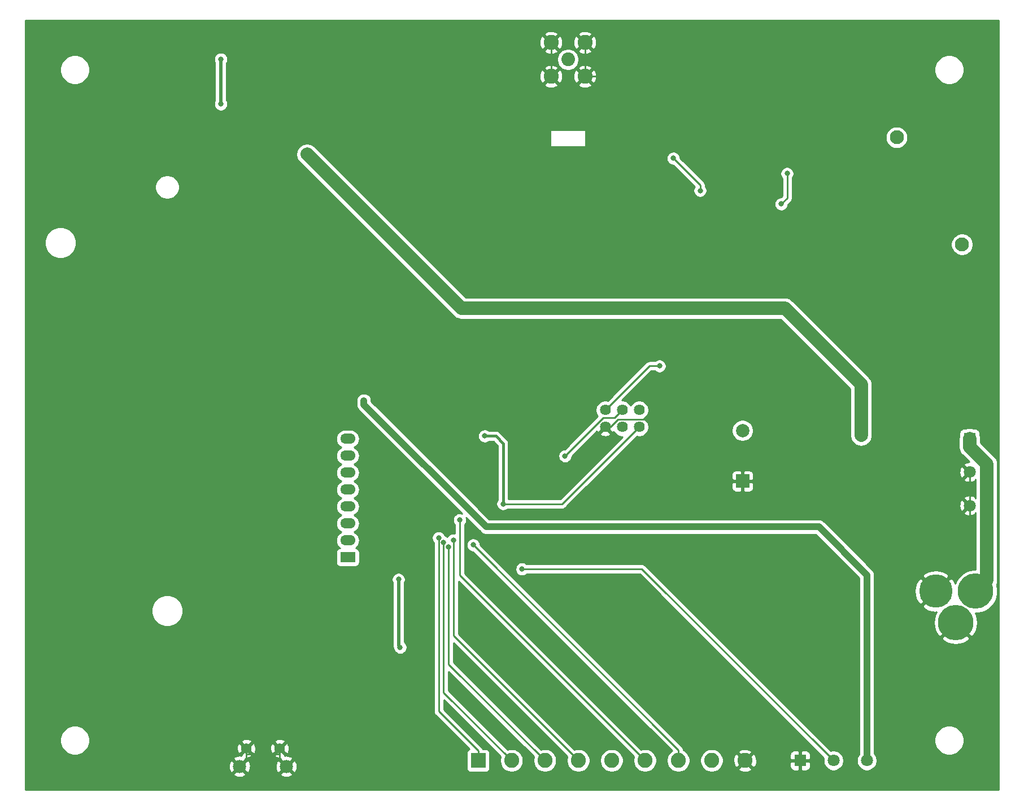
<source format=gbl>
G04 #@! TF.GenerationSoftware,KiCad,Pcbnew,(5.1.4)-1*
G04 #@! TF.CreationDate,2019-12-23T17:53:35+01:00*
G04 #@! TF.ProjectId,Project1.1,50726f6a-6563-4743-912e-312e6b696361,1.0*
G04 #@! TF.SameCoordinates,Original*
G04 #@! TF.FileFunction,Copper,L2,Bot*
G04 #@! TF.FilePolarity,Positive*
%FSLAX46Y46*%
G04 Gerber Fmt 4.6, Leading zero omitted, Abs format (unit mm)*
G04 Created by KiCad (PCBNEW (5.1.4)-1) date 2019-12-23 17:53:35*
%MOMM*%
%LPD*%
G04 APERTURE LIST*
%ADD10C,2.050000*%
%ADD11C,2.250000*%
%ADD12C,2.100000*%
%ADD13C,5.300000*%
%ADD14C,5.000000*%
%ADD15R,2.000000X2.000000*%
%ADD16C,2.000000*%
%ADD17C,1.625600*%
%ADD18R,2.250000X2.250000*%
%ADD19C,1.800000*%
%ADD20R,1.800000X1.800000*%
%ADD21R,2.286000X1.524000*%
%ADD22O,2.286000X1.524000*%
%ADD23C,1.582000*%
%ADD24C,1.980000*%
%ADD25C,1.000000*%
%ADD26C,0.800000*%
%ADD27C,1.000000*%
%ADD28C,0.250000*%
%ADD29C,0.381000*%
%ADD30C,0.508000*%
%ADD31C,2.000000*%
%ADD32C,0.254000*%
G04 APERTURE END LIST*
D10*
X140462000Y-43180000D03*
D11*
X143002000Y-45720000D03*
X143002000Y-40640000D03*
X137922000Y-40640000D03*
X137922000Y-45720000D03*
D12*
X199538000Y-70914000D03*
X189738000Y-54864000D03*
D13*
X201580000Y-122936000D03*
D14*
X195580000Y-122936000D03*
D13*
X198580000Y-127636000D03*
D15*
X166624000Y-106426000D03*
D16*
X166624000Y-98826000D03*
D17*
X148590000Y-95758000D03*
X148590000Y-98298000D03*
X151130000Y-98298000D03*
X151130000Y-95758000D03*
X146050000Y-95758000D03*
X146050000Y-98298000D03*
D18*
X127000000Y-148336000D03*
D11*
X132000000Y-148336000D03*
X137000000Y-148336000D03*
X142000000Y-148336000D03*
X147000000Y-148336000D03*
X152000000Y-148336000D03*
X157000000Y-148336000D03*
X162000000Y-148336000D03*
X167000000Y-148336000D03*
D19*
X185260000Y-148336000D03*
X180260000Y-148336000D03*
D20*
X175260000Y-148336000D03*
D21*
X107442000Y-117856000D03*
D22*
X107442000Y-115316000D03*
X107442000Y-112776000D03*
X107442000Y-110236000D03*
X107442000Y-107696000D03*
X107442000Y-105156000D03*
X107442000Y-102616000D03*
X107442000Y-100076000D03*
D23*
X92242000Y-146511000D03*
X97242000Y-146511000D03*
D24*
X91242000Y-149211000D03*
X98242000Y-149211000D03*
D20*
X200660000Y-100076000D03*
D19*
X200660000Y-105076000D03*
X200660000Y-110076000D03*
D25*
X111760000Y-85598000D03*
X86106000Y-85598000D03*
D26*
X127549000Y-41621200D03*
X163300000Y-56984600D03*
X122174000Y-93726000D03*
X129794000Y-93726000D03*
X72390000Y-71120000D03*
X72390000Y-76200000D03*
X72390000Y-81280000D03*
X72390000Y-86360000D03*
X72390000Y-91440000D03*
X72390000Y-96520000D03*
X72390000Y-101600000D03*
X72390000Y-106680000D03*
X72390000Y-111760000D03*
X72390000Y-116840000D03*
X72390000Y-121920000D03*
X72390000Y-127000000D03*
X72390000Y-132080000D03*
X92710000Y-140970000D03*
X92710000Y-135890000D03*
X92710000Y-130810000D03*
X87630000Y-130810000D03*
X87630000Y-135890000D03*
X87630000Y-140970000D03*
X147320000Y-127000000D03*
X147320000Y-133350000D03*
X153670000Y-127000000D03*
X153670000Y-133350000D03*
X172720000Y-127000000D03*
X179070000Y-127000000D03*
X179070000Y-133350000D03*
X172720000Y-133350000D03*
X198120000Y-115570000D03*
X193040000Y-115570000D03*
X187960000Y-115570000D03*
X201930000Y-133350000D03*
X201930000Y-138430000D03*
X195580000Y-138430000D03*
X189230000Y-138430000D03*
X189230000Y-133350000D03*
X201930000Y-93980000D03*
X196850000Y-93980000D03*
X191770000Y-93980000D03*
X191770000Y-88900000D03*
X196850000Y-88900000D03*
X201930000Y-88900000D03*
X181610000Y-62230000D03*
X186690000Y-62230000D03*
X181610000Y-67310000D03*
X186690000Y-67310000D03*
X181610000Y-57150000D03*
X186690000Y-57150000D03*
X132080000Y-44450000D03*
X137160000Y-49530000D03*
X143510000Y-48260000D03*
X145542000Y-39370000D03*
X132080000Y-39370000D03*
X99060000Y-46990000D03*
X113030000Y-46990000D03*
X123190000Y-44450000D03*
X120650000Y-53340000D03*
X114300000Y-53340000D03*
X107950000Y-53340000D03*
X101600000Y-53340000D03*
X86360000Y-53340000D03*
X86360000Y-60960000D03*
X105410000Y-69850000D03*
X91440000Y-73660000D03*
X97790000Y-73660000D03*
X83820000Y-45720000D03*
X76200000Y-41910000D03*
X76200000Y-49530000D03*
X152400000Y-39370000D03*
X152400000Y-44450000D03*
X158750000Y-44450000D03*
X165100000Y-44450000D03*
X171450000Y-44450000D03*
X177800000Y-44450000D03*
X184150000Y-44450000D03*
X121920000Y-86360000D03*
X129540000Y-86360000D03*
X124460000Y-96266000D03*
X107950000Y-96520000D03*
X104140000Y-96520000D03*
X111760000Y-118110000D03*
X115570000Y-118110000D03*
X101600000Y-119380000D03*
X101600000Y-91440000D03*
X129540000Y-77470000D03*
X121920000Y-81280000D03*
X125730000Y-74930000D03*
X129540000Y-71120000D03*
X140970000Y-77470000D03*
X140970000Y-72390000D03*
X113030000Y-81280000D03*
X113030000Y-77470000D03*
X144780000Y-58420000D03*
X149860000Y-58420000D03*
X149860000Y-66040000D03*
X144780000Y-66040000D03*
X140970000Y-63500000D03*
X120650000Y-102870000D03*
X128270000Y-102870000D03*
X128270000Y-107950000D03*
X120650000Y-110490000D03*
X179070000Y-110490000D03*
X179070000Y-105410000D03*
X179070000Y-100330000D03*
X179070000Y-95250000D03*
X179070000Y-90170000D03*
X158750000Y-93980000D03*
X165100000Y-93980000D03*
X171450000Y-93980000D03*
X180340000Y-77470000D03*
X180340000Y-77470000D03*
X186690000Y-77470000D03*
X193040000Y-77470000D03*
X199390000Y-77470000D03*
X120650000Y-149860000D03*
X120650000Y-146050000D03*
X120650000Y-142240000D03*
X81280000Y-147320000D03*
X81280000Y-140970000D03*
X101600000Y-124460000D03*
X106680000Y-124460000D03*
X111760000Y-124460000D03*
X143510000Y-91440000D03*
X147320000Y-86614000D03*
X167640000Y-68834000D03*
X162814000Y-68834000D03*
X155194000Y-71628000D03*
X149860000Y-71628000D03*
X100330000Y-62484000D03*
X156255000Y-57992900D03*
X160279000Y-62845500D03*
X130736000Y-109834000D03*
X127984300Y-99658100D03*
X115062000Y-121158000D03*
X115297000Y-131360000D03*
D25*
X109855000Y-94361000D03*
D26*
X154178000Y-89154000D03*
X172430000Y-64852400D03*
X173318000Y-60283100D03*
X88424000Y-43139000D03*
X88424000Y-49858200D03*
X140014000Y-102656000D03*
X121072000Y-114925000D03*
X121798000Y-115620000D03*
X122557000Y-116277000D03*
X123282000Y-115267000D03*
X124220000Y-112239000D03*
X126263000Y-115998000D03*
X133576000Y-119605000D03*
D16*
X184404000Y-99568000D03*
X101346000Y-57404000D03*
D27*
X111052894Y-85598000D02*
X86106000Y-85598000D01*
X111760000Y-85598000D02*
X111052894Y-85598000D01*
D28*
X166624000Y-106426000D02*
X165299000Y-106426000D01*
X165299000Y-106426000D02*
X156020000Y-97147000D01*
X156020000Y-97147000D02*
X147985000Y-97147000D01*
X147985000Y-97147000D02*
X146834000Y-98298000D01*
X146834000Y-98298000D02*
X146050000Y-98298000D01*
X143002000Y-40640000D02*
X143002000Y-45720000D01*
X137922000Y-41621200D02*
X137922000Y-40640000D01*
X97242000Y-147361000D02*
X97242000Y-146511000D01*
X98242000Y-149211000D02*
X97242000Y-148211000D01*
X97242000Y-148211000D02*
X97242000Y-147361000D01*
X92242000Y-147361000D02*
X92242000Y-146511000D01*
X91242000Y-149211000D02*
X92242000Y-148211000D01*
X92242000Y-148211000D02*
X92242000Y-147361000D01*
X97242000Y-147361000D02*
X92242000Y-147361000D01*
X195580000Y-122936000D02*
X200660000Y-117856000D01*
X200660000Y-117856000D02*
X200660000Y-110076000D01*
X200660000Y-110076000D02*
X200660000Y-105076000D01*
X152036000Y-45720000D02*
X163300000Y-56984600D01*
X137922000Y-45720000D02*
X137922000Y-41621200D01*
X143002000Y-45720000D02*
X152036000Y-45720000D01*
X137852400Y-40640000D02*
X137922000Y-40640000D01*
X127549000Y-41621200D02*
X136871200Y-41621200D01*
X136871200Y-41621200D02*
X137852400Y-40640000D01*
X156255000Y-57992900D02*
X160279000Y-62016900D01*
X160279000Y-62016900D02*
X160279000Y-62845500D01*
X130736000Y-109834000D02*
X139594000Y-109834000D01*
X139594000Y-109834000D02*
X151130000Y-98298000D01*
D29*
X127984300Y-99658100D02*
X129630100Y-99658100D01*
X130736000Y-100764000D02*
X130736000Y-109834000D01*
X129630100Y-99658100D02*
X130736000Y-100764000D01*
D30*
X115062000Y-131125000D02*
X115297000Y-131360000D01*
X115062000Y-121158000D02*
X115062000Y-131125000D01*
D27*
X109855000Y-94926685D02*
X128212315Y-113284000D01*
X109855000Y-94361000D02*
X109855000Y-94926685D01*
X128212315Y-113284000D02*
X178054000Y-113284000D01*
X185260000Y-120490000D02*
X185260000Y-148336000D01*
X178054000Y-113284000D02*
X185260000Y-120490000D01*
D28*
X152654000Y-89154000D02*
X146050000Y-95758000D01*
X154178000Y-89154000D02*
X152654000Y-89154000D01*
X172430000Y-64852400D02*
X173318000Y-63964700D01*
X173318000Y-63964700D02*
X173318000Y-60283100D01*
X201580000Y-122936000D02*
X201885000Y-122631000D01*
D31*
X200660000Y-100076000D02*
X200660000Y-101301000D01*
X200660000Y-101301000D02*
X203200000Y-103841000D01*
X203200000Y-103841000D02*
X203200000Y-121316000D01*
X203200000Y-121316000D02*
X201885000Y-122631000D01*
X201885000Y-122631000D02*
X201580000Y-122936000D01*
D30*
X88424000Y-43139000D02*
X88424000Y-49858200D01*
D28*
X148590000Y-95758000D02*
X147452000Y-96896400D01*
X147452000Y-96896400D02*
X145774000Y-96896400D01*
X145774000Y-96896400D02*
X140014000Y-102656000D01*
X127000000Y-148336000D02*
X127000000Y-146886000D01*
X127000000Y-146886000D02*
X121072000Y-140957000D01*
X121072000Y-140957000D02*
X121072000Y-114925000D01*
X132000000Y-148336000D02*
X121798000Y-138134000D01*
X121798000Y-138134000D02*
X121798000Y-115620000D01*
X137000000Y-148336000D02*
X122557000Y-133893000D01*
X122557000Y-133893000D02*
X122557000Y-116277000D01*
X142000000Y-148336000D02*
X123282000Y-129618000D01*
X123282000Y-129618000D02*
X123282000Y-115267000D01*
X124220000Y-112239000D02*
X124220000Y-120556000D01*
X124220000Y-120556000D02*
X152000000Y-148336000D01*
X157000000Y-148336000D02*
X157000000Y-146735000D01*
X157000000Y-146735000D02*
X126263000Y-115998000D01*
X180260000Y-148336000D02*
X151529000Y-119605000D01*
X151529000Y-119605000D02*
X133576000Y-119605000D01*
D31*
X184404000Y-99568000D02*
X184404000Y-91948000D01*
X184404000Y-91948000D02*
X172974000Y-80518000D01*
X124460000Y-80518000D02*
X101346000Y-57404000D01*
X172974000Y-80518000D02*
X124460000Y-80518000D01*
D32*
G36*
X205055000Y-152731000D02*
G01*
X59105000Y-152731000D01*
X59105000Y-150339282D01*
X90293323Y-150339282D01*
X90387880Y-150602661D01*
X90675791Y-150742551D01*
X90985462Y-150823584D01*
X91304990Y-150842646D01*
X91622099Y-150799006D01*
X91924600Y-150694339D01*
X92096120Y-150602661D01*
X92190677Y-150339282D01*
X97293323Y-150339282D01*
X97387880Y-150602661D01*
X97675791Y-150742551D01*
X97985462Y-150823584D01*
X98304990Y-150842646D01*
X98622099Y-150799006D01*
X98924600Y-150694339D01*
X99096120Y-150602661D01*
X99190677Y-150339282D01*
X98242000Y-149390605D01*
X97293323Y-150339282D01*
X92190677Y-150339282D01*
X91242000Y-149390605D01*
X90293323Y-150339282D01*
X59105000Y-150339282D01*
X59105000Y-149273990D01*
X89610354Y-149273990D01*
X89653994Y-149591099D01*
X89758661Y-149893600D01*
X89850339Y-150065120D01*
X90113718Y-150159677D01*
X91062395Y-149211000D01*
X91421605Y-149211000D01*
X92370282Y-150159677D01*
X92633661Y-150065120D01*
X92773551Y-149777209D01*
X92854584Y-149467538D01*
X92866130Y-149273990D01*
X96610354Y-149273990D01*
X96653994Y-149591099D01*
X96758661Y-149893600D01*
X96850339Y-150065120D01*
X97113718Y-150159677D01*
X98062395Y-149211000D01*
X98421605Y-149211000D01*
X99370282Y-150159677D01*
X99633661Y-150065120D01*
X99773551Y-149777209D01*
X99854584Y-149467538D01*
X99873646Y-149148010D01*
X99830006Y-148830901D01*
X99725339Y-148528400D01*
X99633661Y-148356880D01*
X99370282Y-148262323D01*
X98421605Y-149211000D01*
X98062395Y-149211000D01*
X97113718Y-148262323D01*
X96850339Y-148356880D01*
X96710449Y-148644791D01*
X96629416Y-148954462D01*
X96610354Y-149273990D01*
X92866130Y-149273990D01*
X92873646Y-149148010D01*
X92830006Y-148830901D01*
X92725339Y-148528400D01*
X92633661Y-148356880D01*
X92370282Y-148262323D01*
X91421605Y-149211000D01*
X91062395Y-149211000D01*
X90113718Y-148262323D01*
X89850339Y-148356880D01*
X89710449Y-148644791D01*
X89629416Y-148954462D01*
X89610354Y-149273990D01*
X59105000Y-149273990D01*
X59105000Y-148082718D01*
X90293323Y-148082718D01*
X91242000Y-149031395D01*
X92190677Y-148082718D01*
X92137135Y-147933582D01*
X92312867Y-147942147D01*
X92590708Y-147900823D01*
X92855149Y-147806088D01*
X92978178Y-147740327D01*
X93048671Y-147497276D01*
X96435329Y-147497276D01*
X96505822Y-147740327D01*
X96759797Y-147860327D01*
X97032303Y-147928473D01*
X97312867Y-147942147D01*
X97345534Y-147937288D01*
X97293323Y-148082718D01*
X98242000Y-149031395D01*
X99190677Y-148082718D01*
X99096120Y-147819339D01*
X98808209Y-147679449D01*
X98498538Y-147598416D01*
X98179010Y-147579354D01*
X98018457Y-147601449D01*
X98048671Y-147497276D01*
X97242000Y-146690605D01*
X96435329Y-147497276D01*
X93048671Y-147497276D01*
X92242000Y-146690605D01*
X91435329Y-147497276D01*
X91464067Y-147596360D01*
X91179010Y-147579354D01*
X90861901Y-147622994D01*
X90559400Y-147727661D01*
X90387880Y-147819339D01*
X90293323Y-148082718D01*
X59105000Y-148082718D01*
X59105000Y-145067872D01*
X64313000Y-145067872D01*
X64313000Y-145508128D01*
X64398890Y-145939925D01*
X64567369Y-146346669D01*
X64811962Y-146712729D01*
X65123271Y-147024038D01*
X65489331Y-147268631D01*
X65896075Y-147437110D01*
X66327872Y-147523000D01*
X66768128Y-147523000D01*
X67199925Y-147437110D01*
X67606669Y-147268631D01*
X67972729Y-147024038D01*
X68284038Y-146712729D01*
X68371477Y-146581867D01*
X90810853Y-146581867D01*
X90852177Y-146859708D01*
X90946912Y-147124149D01*
X91012673Y-147247178D01*
X91255724Y-147317671D01*
X92062395Y-146511000D01*
X92421605Y-146511000D01*
X93228276Y-147317671D01*
X93471327Y-147247178D01*
X93591327Y-146993203D01*
X93659473Y-146720697D01*
X93666239Y-146581867D01*
X95810853Y-146581867D01*
X95852177Y-146859708D01*
X95946912Y-147124149D01*
X96012673Y-147247178D01*
X96255724Y-147317671D01*
X97062395Y-146511000D01*
X97421605Y-146511000D01*
X98228276Y-147317671D01*
X98471327Y-147247178D01*
X98591327Y-146993203D01*
X98659473Y-146720697D01*
X98673147Y-146440133D01*
X98631823Y-146162292D01*
X98537088Y-145897851D01*
X98471327Y-145774822D01*
X98228276Y-145704329D01*
X97421605Y-146511000D01*
X97062395Y-146511000D01*
X96255724Y-145704329D01*
X96012673Y-145774822D01*
X95892673Y-146028797D01*
X95824527Y-146301303D01*
X95810853Y-146581867D01*
X93666239Y-146581867D01*
X93673147Y-146440133D01*
X93631823Y-146162292D01*
X93537088Y-145897851D01*
X93471327Y-145774822D01*
X93228276Y-145704329D01*
X92421605Y-146511000D01*
X92062395Y-146511000D01*
X91255724Y-145704329D01*
X91012673Y-145774822D01*
X90892673Y-146028797D01*
X90824527Y-146301303D01*
X90810853Y-146581867D01*
X68371477Y-146581867D01*
X68528631Y-146346669D01*
X68697110Y-145939925D01*
X68779698Y-145524724D01*
X91435329Y-145524724D01*
X92242000Y-146331395D01*
X93048671Y-145524724D01*
X96435329Y-145524724D01*
X97242000Y-146331395D01*
X98048671Y-145524724D01*
X97978178Y-145281673D01*
X97724203Y-145161673D01*
X97451697Y-145093527D01*
X97171133Y-145079853D01*
X96893292Y-145121177D01*
X96628851Y-145215912D01*
X96505822Y-145281673D01*
X96435329Y-145524724D01*
X93048671Y-145524724D01*
X92978178Y-145281673D01*
X92724203Y-145161673D01*
X92451697Y-145093527D01*
X92171133Y-145079853D01*
X91893292Y-145121177D01*
X91628851Y-145215912D01*
X91505822Y-145281673D01*
X91435329Y-145524724D01*
X68779698Y-145524724D01*
X68783000Y-145508128D01*
X68783000Y-145067872D01*
X68697110Y-144636075D01*
X68528631Y-144229331D01*
X68284038Y-143863271D01*
X67972729Y-143551962D01*
X67606669Y-143307369D01*
X67199925Y-143138890D01*
X66768128Y-143053000D01*
X66327872Y-143053000D01*
X65896075Y-143138890D01*
X65489331Y-143307369D01*
X65123271Y-143551962D01*
X64811962Y-143863271D01*
X64567369Y-144229331D01*
X64398890Y-144636075D01*
X64313000Y-145067872D01*
X59105000Y-145067872D01*
X59105000Y-125625560D01*
X78030000Y-125625560D01*
X78030000Y-126090440D01*
X78120694Y-126546387D01*
X78298595Y-126975879D01*
X78556868Y-127362412D01*
X78885588Y-127691132D01*
X79272121Y-127949405D01*
X79701613Y-128127306D01*
X80157560Y-128218000D01*
X80622440Y-128218000D01*
X81078387Y-128127306D01*
X81507879Y-127949405D01*
X81894412Y-127691132D01*
X82223132Y-127362412D01*
X82481405Y-126975879D01*
X82659306Y-126546387D01*
X82750000Y-126090440D01*
X82750000Y-125625560D01*
X82659306Y-125169613D01*
X82481405Y-124740121D01*
X82223132Y-124353588D01*
X81894412Y-124024868D01*
X81507879Y-123766595D01*
X81078387Y-123588694D01*
X80622440Y-123498000D01*
X80157560Y-123498000D01*
X79701613Y-123588694D01*
X79272121Y-123766595D01*
X78885588Y-124024868D01*
X78556868Y-124353588D01*
X78298595Y-124740121D01*
X78120694Y-125169613D01*
X78030000Y-125625560D01*
X59105000Y-125625560D01*
X59105000Y-121056061D01*
X114027000Y-121056061D01*
X114027000Y-121259939D01*
X114066774Y-121459898D01*
X114144795Y-121648256D01*
X114173000Y-121690468D01*
X114173001Y-131081330D01*
X114168700Y-131125000D01*
X114185864Y-131299274D01*
X114236698Y-131466852D01*
X114272736Y-131534274D01*
X114278553Y-131545155D01*
X114301774Y-131661898D01*
X114379795Y-131850256D01*
X114493063Y-132019774D01*
X114637226Y-132163937D01*
X114806744Y-132277205D01*
X114995102Y-132355226D01*
X115195061Y-132395000D01*
X115398939Y-132395000D01*
X115598898Y-132355226D01*
X115787256Y-132277205D01*
X115956774Y-132163937D01*
X116100937Y-132019774D01*
X116214205Y-131850256D01*
X116292226Y-131661898D01*
X116332000Y-131461939D01*
X116332000Y-131258061D01*
X116292226Y-131058102D01*
X116214205Y-130869744D01*
X116100937Y-130700226D01*
X115956774Y-130556063D01*
X115951000Y-130552205D01*
X115951000Y-121690468D01*
X115979205Y-121648256D01*
X116057226Y-121459898D01*
X116097000Y-121259939D01*
X116097000Y-121056061D01*
X116057226Y-120856102D01*
X115979205Y-120667744D01*
X115865937Y-120498226D01*
X115721774Y-120354063D01*
X115552256Y-120240795D01*
X115363898Y-120162774D01*
X115163939Y-120123000D01*
X114960061Y-120123000D01*
X114760102Y-120162774D01*
X114571744Y-120240795D01*
X114402226Y-120354063D01*
X114258063Y-120498226D01*
X114144795Y-120667744D01*
X114066774Y-120856102D01*
X114027000Y-121056061D01*
X59105000Y-121056061D01*
X59105000Y-100076000D01*
X105657241Y-100076000D01*
X105684214Y-100349860D01*
X105764096Y-100613195D01*
X105893817Y-100855887D01*
X106068392Y-101068608D01*
X106281113Y-101243183D01*
X106473471Y-101346000D01*
X106281113Y-101448817D01*
X106068392Y-101623392D01*
X105893817Y-101836113D01*
X105764096Y-102078805D01*
X105684214Y-102342140D01*
X105657241Y-102616000D01*
X105684214Y-102889860D01*
X105764096Y-103153195D01*
X105893817Y-103395887D01*
X106068392Y-103608608D01*
X106281113Y-103783183D01*
X106473471Y-103886000D01*
X106281113Y-103988817D01*
X106068392Y-104163392D01*
X105893817Y-104376113D01*
X105764096Y-104618805D01*
X105684214Y-104882140D01*
X105657241Y-105156000D01*
X105684214Y-105429860D01*
X105764096Y-105693195D01*
X105893817Y-105935887D01*
X106068392Y-106148608D01*
X106281113Y-106323183D01*
X106473471Y-106426000D01*
X106281113Y-106528817D01*
X106068392Y-106703392D01*
X105893817Y-106916113D01*
X105764096Y-107158805D01*
X105684214Y-107422140D01*
X105657241Y-107696000D01*
X105684214Y-107969860D01*
X105764096Y-108233195D01*
X105893817Y-108475887D01*
X106068392Y-108688608D01*
X106281113Y-108863183D01*
X106473471Y-108966000D01*
X106281113Y-109068817D01*
X106068392Y-109243392D01*
X105893817Y-109456113D01*
X105764096Y-109698805D01*
X105684214Y-109962140D01*
X105657241Y-110236000D01*
X105684214Y-110509860D01*
X105764096Y-110773195D01*
X105893817Y-111015887D01*
X106068392Y-111228608D01*
X106281113Y-111403183D01*
X106473471Y-111506000D01*
X106281113Y-111608817D01*
X106068392Y-111783392D01*
X105893817Y-111996113D01*
X105764096Y-112238805D01*
X105684214Y-112502140D01*
X105657241Y-112776000D01*
X105684214Y-113049860D01*
X105764096Y-113313195D01*
X105893817Y-113555887D01*
X106068392Y-113768608D01*
X106281113Y-113943183D01*
X106473471Y-114046000D01*
X106281113Y-114148817D01*
X106068392Y-114323392D01*
X105893817Y-114536113D01*
X105764096Y-114778805D01*
X105684214Y-115042140D01*
X105657241Y-115316000D01*
X105684214Y-115589860D01*
X105764096Y-115853195D01*
X105893817Y-116095887D01*
X106068392Y-116308608D01*
X106253378Y-116460421D01*
X106174518Y-116468188D01*
X106054820Y-116504498D01*
X105944506Y-116563463D01*
X105847815Y-116642815D01*
X105768463Y-116739506D01*
X105709498Y-116849820D01*
X105673188Y-116969518D01*
X105660928Y-117094000D01*
X105660928Y-118618000D01*
X105673188Y-118742482D01*
X105709498Y-118862180D01*
X105768463Y-118972494D01*
X105847815Y-119069185D01*
X105944506Y-119148537D01*
X106054820Y-119207502D01*
X106174518Y-119243812D01*
X106299000Y-119256072D01*
X108585000Y-119256072D01*
X108709482Y-119243812D01*
X108829180Y-119207502D01*
X108939494Y-119148537D01*
X109036185Y-119069185D01*
X109115537Y-118972494D01*
X109174502Y-118862180D01*
X109210812Y-118742482D01*
X109223072Y-118618000D01*
X109223072Y-117094000D01*
X109210812Y-116969518D01*
X109174502Y-116849820D01*
X109115537Y-116739506D01*
X109036185Y-116642815D01*
X108939494Y-116563463D01*
X108829180Y-116504498D01*
X108709482Y-116468188D01*
X108630622Y-116460421D01*
X108815608Y-116308608D01*
X108990183Y-116095887D01*
X109119904Y-115853195D01*
X109199786Y-115589860D01*
X109226759Y-115316000D01*
X109199786Y-115042140D01*
X109119904Y-114778805D01*
X108990183Y-114536113D01*
X108815608Y-114323392D01*
X108602887Y-114148817D01*
X108410529Y-114046000D01*
X108602887Y-113943183D01*
X108815608Y-113768608D01*
X108990183Y-113555887D01*
X109119904Y-113313195D01*
X109199786Y-113049860D01*
X109226759Y-112776000D01*
X109199786Y-112502140D01*
X109119904Y-112238805D01*
X108990183Y-111996113D01*
X108815608Y-111783392D01*
X108602887Y-111608817D01*
X108410529Y-111506000D01*
X108602887Y-111403183D01*
X108815608Y-111228608D01*
X108990183Y-111015887D01*
X109119904Y-110773195D01*
X109199786Y-110509860D01*
X109226759Y-110236000D01*
X109199786Y-109962140D01*
X109119904Y-109698805D01*
X108990183Y-109456113D01*
X108815608Y-109243392D01*
X108602887Y-109068817D01*
X108410529Y-108966000D01*
X108602887Y-108863183D01*
X108815608Y-108688608D01*
X108990183Y-108475887D01*
X109119904Y-108233195D01*
X109199786Y-107969860D01*
X109226759Y-107696000D01*
X109199786Y-107422140D01*
X109119904Y-107158805D01*
X108990183Y-106916113D01*
X108815608Y-106703392D01*
X108602887Y-106528817D01*
X108410529Y-106426000D01*
X108602887Y-106323183D01*
X108815608Y-106148608D01*
X108990183Y-105935887D01*
X109119904Y-105693195D01*
X109199786Y-105429860D01*
X109226759Y-105156000D01*
X109199786Y-104882140D01*
X109119904Y-104618805D01*
X108990183Y-104376113D01*
X108815608Y-104163392D01*
X108602887Y-103988817D01*
X108410529Y-103886000D01*
X108602887Y-103783183D01*
X108815608Y-103608608D01*
X108990183Y-103395887D01*
X109119904Y-103153195D01*
X109199786Y-102889860D01*
X109226759Y-102616000D01*
X109199786Y-102342140D01*
X109119904Y-102078805D01*
X108990183Y-101836113D01*
X108815608Y-101623392D01*
X108602887Y-101448817D01*
X108410529Y-101346000D01*
X108602887Y-101243183D01*
X108815608Y-101068608D01*
X108990183Y-100855887D01*
X109119904Y-100613195D01*
X109199786Y-100349860D01*
X109226759Y-100076000D01*
X109199786Y-99802140D01*
X109119904Y-99538805D01*
X108990183Y-99296113D01*
X108815608Y-99083392D01*
X108602887Y-98908817D01*
X108360195Y-98779096D01*
X108096860Y-98699214D01*
X107891625Y-98679000D01*
X106992375Y-98679000D01*
X106787140Y-98699214D01*
X106523805Y-98779096D01*
X106281113Y-98908817D01*
X106068392Y-99083392D01*
X105893817Y-99296113D01*
X105764096Y-99538805D01*
X105684214Y-99802140D01*
X105657241Y-100076000D01*
X59105000Y-100076000D01*
X59105000Y-94926685D01*
X108714509Y-94926685D01*
X108720000Y-94982436D01*
X108720000Y-94982437D01*
X108736423Y-95149184D01*
X108801324Y-95363132D01*
X108906717Y-95560308D01*
X109048552Y-95733134D01*
X109091860Y-95768676D01*
X124598819Y-111275636D01*
X124521898Y-111243774D01*
X124321939Y-111204000D01*
X124118061Y-111204000D01*
X123918102Y-111243774D01*
X123729744Y-111321795D01*
X123560226Y-111435063D01*
X123416063Y-111579226D01*
X123302795Y-111748744D01*
X123224774Y-111937102D01*
X123185000Y-112137061D01*
X123185000Y-112340939D01*
X123224774Y-112540898D01*
X123302795Y-112729256D01*
X123416063Y-112898774D01*
X123460000Y-112942711D01*
X123460000Y-114247129D01*
X123383939Y-114232000D01*
X123180061Y-114232000D01*
X122980102Y-114271774D01*
X122791744Y-114349795D01*
X122622226Y-114463063D01*
X122478063Y-114607226D01*
X122375331Y-114760976D01*
X122288256Y-114702795D01*
X122099898Y-114624774D01*
X122065047Y-114617842D01*
X121989205Y-114434744D01*
X121875937Y-114265226D01*
X121731774Y-114121063D01*
X121562256Y-114007795D01*
X121373898Y-113929774D01*
X121173939Y-113890000D01*
X120970061Y-113890000D01*
X120770102Y-113929774D01*
X120581744Y-114007795D01*
X120412226Y-114121063D01*
X120268063Y-114265226D01*
X120154795Y-114434744D01*
X120076774Y-114623102D01*
X120037000Y-114823061D01*
X120037000Y-115026939D01*
X120076774Y-115226898D01*
X120154795Y-115415256D01*
X120268063Y-115584774D01*
X120312001Y-115628712D01*
X120312000Y-140919644D01*
X120308324Y-140956936D01*
X120312000Y-140994292D01*
X120312000Y-140994332D01*
X120316463Y-141039642D01*
X120322985Y-141105922D01*
X120322994Y-141105950D01*
X120322997Y-141105985D01*
X120346364Y-141183017D01*
X120366430Y-141249187D01*
X120366444Y-141249213D01*
X120366454Y-141249246D01*
X120403861Y-141319229D01*
X120436991Y-141381222D01*
X120437010Y-141381245D01*
X120437026Y-141381275D01*
X120486231Y-141441232D01*
X120508158Y-141467955D01*
X120508179Y-141467976D01*
X120531999Y-141497001D01*
X120560975Y-141520781D01*
X125653847Y-146614513D01*
X125630820Y-146621498D01*
X125520506Y-146680463D01*
X125423815Y-146759815D01*
X125344463Y-146856506D01*
X125285498Y-146966820D01*
X125249188Y-147086518D01*
X125236928Y-147211000D01*
X125236928Y-149461000D01*
X125249188Y-149585482D01*
X125285498Y-149705180D01*
X125344463Y-149815494D01*
X125423815Y-149912185D01*
X125520506Y-149991537D01*
X125630820Y-150050502D01*
X125750518Y-150086812D01*
X125875000Y-150099072D01*
X128125000Y-150099072D01*
X128249482Y-150086812D01*
X128369180Y-150050502D01*
X128479494Y-149991537D01*
X128576185Y-149912185D01*
X128655537Y-149815494D01*
X128714502Y-149705180D01*
X128750812Y-149585482D01*
X128763072Y-149461000D01*
X128763072Y-147211000D01*
X128750812Y-147086518D01*
X128714502Y-146966820D01*
X128655537Y-146856506D01*
X128576185Y-146759815D01*
X128479494Y-146680463D01*
X128369180Y-146621498D01*
X128249482Y-146585188D01*
X128125000Y-146572928D01*
X127694415Y-146572928D01*
X127668139Y-146523770D01*
X127635009Y-146461777D01*
X127634990Y-146461754D01*
X127634974Y-146461724D01*
X127588116Y-146404627D01*
X127563842Y-146375044D01*
X127563817Y-146375019D01*
X127540001Y-146345999D01*
X127511030Y-146322223D01*
X121832000Y-140642236D01*
X121832000Y-139242801D01*
X130338152Y-147748954D01*
X130307636Y-147822627D01*
X130240000Y-148162655D01*
X130240000Y-148509345D01*
X130307636Y-148849373D01*
X130440308Y-149169673D01*
X130632919Y-149457935D01*
X130878065Y-149703081D01*
X131166327Y-149895692D01*
X131486627Y-150028364D01*
X131826655Y-150096000D01*
X132173345Y-150096000D01*
X132513373Y-150028364D01*
X132833673Y-149895692D01*
X133121935Y-149703081D01*
X133367081Y-149457935D01*
X133559692Y-149169673D01*
X133692364Y-148849373D01*
X133760000Y-148509345D01*
X133760000Y-148162655D01*
X133692364Y-147822627D01*
X133559692Y-147502327D01*
X133367081Y-147214065D01*
X133121935Y-146968919D01*
X132833673Y-146776308D01*
X132513373Y-146643636D01*
X132173345Y-146576000D01*
X131826655Y-146576000D01*
X131486627Y-146643636D01*
X131412954Y-146674152D01*
X122558000Y-137819199D01*
X122558000Y-134968801D01*
X135338152Y-147748955D01*
X135307636Y-147822627D01*
X135240000Y-148162655D01*
X135240000Y-148509345D01*
X135307636Y-148849373D01*
X135440308Y-149169673D01*
X135632919Y-149457935D01*
X135878065Y-149703081D01*
X136166327Y-149895692D01*
X136486627Y-150028364D01*
X136826655Y-150096000D01*
X137173345Y-150096000D01*
X137513373Y-150028364D01*
X137833673Y-149895692D01*
X138121935Y-149703081D01*
X138367081Y-149457935D01*
X138559692Y-149169673D01*
X138692364Y-148849373D01*
X138760000Y-148509345D01*
X138760000Y-148162655D01*
X138692364Y-147822627D01*
X138559692Y-147502327D01*
X138367081Y-147214065D01*
X138121935Y-146968919D01*
X137833673Y-146776308D01*
X137513373Y-146643636D01*
X137173345Y-146576000D01*
X136826655Y-146576000D01*
X136486627Y-146643636D01*
X136412955Y-146674152D01*
X123317000Y-133578199D01*
X123317000Y-130727801D01*
X140338152Y-147748955D01*
X140307636Y-147822627D01*
X140240000Y-148162655D01*
X140240000Y-148509345D01*
X140307636Y-148849373D01*
X140440308Y-149169673D01*
X140632919Y-149457935D01*
X140878065Y-149703081D01*
X141166327Y-149895692D01*
X141486627Y-150028364D01*
X141826655Y-150096000D01*
X142173345Y-150096000D01*
X142513373Y-150028364D01*
X142833673Y-149895692D01*
X143121935Y-149703081D01*
X143367081Y-149457935D01*
X143559692Y-149169673D01*
X143692364Y-148849373D01*
X143760000Y-148509345D01*
X143760000Y-148162655D01*
X145240000Y-148162655D01*
X145240000Y-148509345D01*
X145307636Y-148849373D01*
X145440308Y-149169673D01*
X145632919Y-149457935D01*
X145878065Y-149703081D01*
X146166327Y-149895692D01*
X146486627Y-150028364D01*
X146826655Y-150096000D01*
X147173345Y-150096000D01*
X147513373Y-150028364D01*
X147833673Y-149895692D01*
X148121935Y-149703081D01*
X148367081Y-149457935D01*
X148559692Y-149169673D01*
X148692364Y-148849373D01*
X148760000Y-148509345D01*
X148760000Y-148162655D01*
X148692364Y-147822627D01*
X148559692Y-147502327D01*
X148367081Y-147214065D01*
X148121935Y-146968919D01*
X147833673Y-146776308D01*
X147513373Y-146643636D01*
X147173345Y-146576000D01*
X146826655Y-146576000D01*
X146486627Y-146643636D01*
X146166327Y-146776308D01*
X145878065Y-146968919D01*
X145632919Y-147214065D01*
X145440308Y-147502327D01*
X145307636Y-147822627D01*
X145240000Y-148162655D01*
X143760000Y-148162655D01*
X143692364Y-147822627D01*
X143559692Y-147502327D01*
X143367081Y-147214065D01*
X143121935Y-146968919D01*
X142833673Y-146776308D01*
X142513373Y-146643636D01*
X142173345Y-146576000D01*
X141826655Y-146576000D01*
X141486627Y-146643636D01*
X141412955Y-146674152D01*
X124042000Y-129303199D01*
X124042000Y-121452801D01*
X150338152Y-147748954D01*
X150307636Y-147822627D01*
X150240000Y-148162655D01*
X150240000Y-148509345D01*
X150307636Y-148849373D01*
X150440308Y-149169673D01*
X150632919Y-149457935D01*
X150878065Y-149703081D01*
X151166327Y-149895692D01*
X151486627Y-150028364D01*
X151826655Y-150096000D01*
X152173345Y-150096000D01*
X152513373Y-150028364D01*
X152833673Y-149895692D01*
X153121935Y-149703081D01*
X153367081Y-149457935D01*
X153559692Y-149169673D01*
X153692364Y-148849373D01*
X153760000Y-148509345D01*
X153760000Y-148162655D01*
X153692364Y-147822627D01*
X153559692Y-147502327D01*
X153367081Y-147214065D01*
X153121935Y-146968919D01*
X152833673Y-146776308D01*
X152513373Y-146643636D01*
X152173345Y-146576000D01*
X151826655Y-146576000D01*
X151486627Y-146643636D01*
X151412954Y-146674152D01*
X124980000Y-120241199D01*
X124980000Y-115896061D01*
X125228000Y-115896061D01*
X125228000Y-116099939D01*
X125267774Y-116299898D01*
X125345795Y-116488256D01*
X125459063Y-116657774D01*
X125603226Y-116801937D01*
X125772744Y-116915205D01*
X125961102Y-116993226D01*
X126161061Y-117033000D01*
X126223199Y-117033000D01*
X156046543Y-146856345D01*
X155878065Y-146968919D01*
X155632919Y-147214065D01*
X155440308Y-147502327D01*
X155307636Y-147822627D01*
X155240000Y-148162655D01*
X155240000Y-148509345D01*
X155307636Y-148849373D01*
X155440308Y-149169673D01*
X155632919Y-149457935D01*
X155878065Y-149703081D01*
X156166327Y-149895692D01*
X156486627Y-150028364D01*
X156826655Y-150096000D01*
X157173345Y-150096000D01*
X157513373Y-150028364D01*
X157833673Y-149895692D01*
X158121935Y-149703081D01*
X158367081Y-149457935D01*
X158559692Y-149169673D01*
X158692364Y-148849373D01*
X158760000Y-148509345D01*
X158760000Y-148162655D01*
X160240000Y-148162655D01*
X160240000Y-148509345D01*
X160307636Y-148849373D01*
X160440308Y-149169673D01*
X160632919Y-149457935D01*
X160878065Y-149703081D01*
X161166327Y-149895692D01*
X161486627Y-150028364D01*
X161826655Y-150096000D01*
X162173345Y-150096000D01*
X162513373Y-150028364D01*
X162833673Y-149895692D01*
X163121935Y-149703081D01*
X163264485Y-149560531D01*
X165955074Y-149560531D01*
X166065921Y-149837714D01*
X166376840Y-149991089D01*
X166711705Y-150080860D01*
X167057650Y-150103576D01*
X167401380Y-150058366D01*
X167729685Y-149946966D01*
X167934079Y-149837714D01*
X168044926Y-149560531D01*
X167000000Y-148515605D01*
X165955074Y-149560531D01*
X163264485Y-149560531D01*
X163367081Y-149457935D01*
X163559692Y-149169673D01*
X163692364Y-148849373D01*
X163760000Y-148509345D01*
X163760000Y-148393650D01*
X165232424Y-148393650D01*
X165277634Y-148737380D01*
X165389034Y-149065685D01*
X165498286Y-149270079D01*
X165775469Y-149380926D01*
X166820395Y-148336000D01*
X167179605Y-148336000D01*
X168224531Y-149380926D01*
X168501714Y-149270079D01*
X168518525Y-149236000D01*
X173721928Y-149236000D01*
X173734188Y-149360482D01*
X173770498Y-149480180D01*
X173829463Y-149590494D01*
X173908815Y-149687185D01*
X174005506Y-149766537D01*
X174115820Y-149825502D01*
X174235518Y-149861812D01*
X174360000Y-149874072D01*
X174974250Y-149871000D01*
X175133000Y-149712250D01*
X175133000Y-148463000D01*
X175387000Y-148463000D01*
X175387000Y-149712250D01*
X175545750Y-149871000D01*
X176160000Y-149874072D01*
X176284482Y-149861812D01*
X176404180Y-149825502D01*
X176514494Y-149766537D01*
X176611185Y-149687185D01*
X176690537Y-149590494D01*
X176749502Y-149480180D01*
X176785812Y-149360482D01*
X176798072Y-149236000D01*
X176795000Y-148621750D01*
X176636250Y-148463000D01*
X175387000Y-148463000D01*
X175133000Y-148463000D01*
X173883750Y-148463000D01*
X173725000Y-148621750D01*
X173721928Y-149236000D01*
X168518525Y-149236000D01*
X168655089Y-148959160D01*
X168744860Y-148624295D01*
X168767576Y-148278350D01*
X168722366Y-147934620D01*
X168610966Y-147606315D01*
X168519930Y-147436000D01*
X173721928Y-147436000D01*
X173725000Y-148050250D01*
X173883750Y-148209000D01*
X175133000Y-148209000D01*
X175133000Y-146959750D01*
X175387000Y-146959750D01*
X175387000Y-148209000D01*
X176636250Y-148209000D01*
X176795000Y-148050250D01*
X176798072Y-147436000D01*
X176785812Y-147311518D01*
X176749502Y-147191820D01*
X176690537Y-147081506D01*
X176611185Y-146984815D01*
X176514494Y-146905463D01*
X176404180Y-146846498D01*
X176284482Y-146810188D01*
X176160000Y-146797928D01*
X175545750Y-146801000D01*
X175387000Y-146959750D01*
X175133000Y-146959750D01*
X174974250Y-146801000D01*
X174360000Y-146797928D01*
X174235518Y-146810188D01*
X174115820Y-146846498D01*
X174005506Y-146905463D01*
X173908815Y-146984815D01*
X173829463Y-147081506D01*
X173770498Y-147191820D01*
X173734188Y-147311518D01*
X173721928Y-147436000D01*
X168519930Y-147436000D01*
X168501714Y-147401921D01*
X168224531Y-147291074D01*
X167179605Y-148336000D01*
X166820395Y-148336000D01*
X165775469Y-147291074D01*
X165498286Y-147401921D01*
X165344911Y-147712840D01*
X165255140Y-148047705D01*
X165232424Y-148393650D01*
X163760000Y-148393650D01*
X163760000Y-148162655D01*
X163692364Y-147822627D01*
X163559692Y-147502327D01*
X163367081Y-147214065D01*
X163264485Y-147111469D01*
X165955074Y-147111469D01*
X167000000Y-148156395D01*
X168044926Y-147111469D01*
X167934079Y-146834286D01*
X167623160Y-146680911D01*
X167288295Y-146591140D01*
X166942350Y-146568424D01*
X166598620Y-146613634D01*
X166270315Y-146725034D01*
X166065921Y-146834286D01*
X165955074Y-147111469D01*
X163264485Y-147111469D01*
X163121935Y-146968919D01*
X162833673Y-146776308D01*
X162513373Y-146643636D01*
X162173345Y-146576000D01*
X161826655Y-146576000D01*
X161486627Y-146643636D01*
X161166327Y-146776308D01*
X160878065Y-146968919D01*
X160632919Y-147214065D01*
X160440308Y-147502327D01*
X160307636Y-147822627D01*
X160240000Y-148162655D01*
X158760000Y-148162655D01*
X158692364Y-147822627D01*
X158559692Y-147502327D01*
X158367081Y-147214065D01*
X158121935Y-146968919D01*
X157833673Y-146776308D01*
X157762511Y-146746832D01*
X157763676Y-146734999D01*
X157760000Y-146697676D01*
X157760000Y-146697667D01*
X157749003Y-146586014D01*
X157705546Y-146442753D01*
X157634974Y-146310724D01*
X157540001Y-146194999D01*
X157511003Y-146171201D01*
X130842863Y-119503061D01*
X132541000Y-119503061D01*
X132541000Y-119706939D01*
X132580774Y-119906898D01*
X132658795Y-120095256D01*
X132772063Y-120264774D01*
X132916226Y-120408937D01*
X133085744Y-120522205D01*
X133274102Y-120600226D01*
X133474061Y-120640000D01*
X133677939Y-120640000D01*
X133877898Y-120600226D01*
X134066256Y-120522205D01*
X134235774Y-120408937D01*
X134279711Y-120365000D01*
X151214199Y-120365000D01*
X178776269Y-147927071D01*
X178725000Y-148184816D01*
X178725000Y-148487184D01*
X178783989Y-148783743D01*
X178899701Y-149063095D01*
X179067688Y-149314505D01*
X179281495Y-149528312D01*
X179532905Y-149696299D01*
X179812257Y-149812011D01*
X180108816Y-149871000D01*
X180411184Y-149871000D01*
X180707743Y-149812011D01*
X180987095Y-149696299D01*
X181238505Y-149528312D01*
X181452312Y-149314505D01*
X181620299Y-149063095D01*
X181736011Y-148783743D01*
X181795000Y-148487184D01*
X181795000Y-148184816D01*
X181736011Y-147888257D01*
X181620299Y-147608905D01*
X181452312Y-147357495D01*
X181238505Y-147143688D01*
X180987095Y-146975701D01*
X180707743Y-146859989D01*
X180411184Y-146801000D01*
X180108816Y-146801000D01*
X179851071Y-146852269D01*
X152092804Y-119094003D01*
X152069001Y-119064999D01*
X151953276Y-118970026D01*
X151821247Y-118899454D01*
X151677986Y-118855997D01*
X151566333Y-118845000D01*
X151566322Y-118845000D01*
X151529000Y-118841324D01*
X151491678Y-118845000D01*
X134279711Y-118845000D01*
X134235774Y-118801063D01*
X134066256Y-118687795D01*
X133877898Y-118609774D01*
X133677939Y-118570000D01*
X133474061Y-118570000D01*
X133274102Y-118609774D01*
X133085744Y-118687795D01*
X132916226Y-118801063D01*
X132772063Y-118945226D01*
X132658795Y-119114744D01*
X132580774Y-119303102D01*
X132541000Y-119503061D01*
X130842863Y-119503061D01*
X127298000Y-115958199D01*
X127298000Y-115896061D01*
X127258226Y-115696102D01*
X127180205Y-115507744D01*
X127066937Y-115338226D01*
X126922774Y-115194063D01*
X126753256Y-115080795D01*
X126564898Y-115002774D01*
X126364939Y-114963000D01*
X126161061Y-114963000D01*
X125961102Y-115002774D01*
X125772744Y-115080795D01*
X125603226Y-115194063D01*
X125459063Y-115338226D01*
X125345795Y-115507744D01*
X125267774Y-115696102D01*
X125228000Y-115896061D01*
X124980000Y-115896061D01*
X124980000Y-112942711D01*
X125023937Y-112898774D01*
X125137205Y-112729256D01*
X125215226Y-112540898D01*
X125255000Y-112340939D01*
X125255000Y-112137061D01*
X125215226Y-111937102D01*
X125183364Y-111860181D01*
X127370324Y-114047141D01*
X127405866Y-114090449D01*
X127563059Y-114219454D01*
X127578692Y-114232284D01*
X127775868Y-114337676D01*
X127989816Y-114402577D01*
X128212315Y-114424491D01*
X128268067Y-114419000D01*
X177583869Y-114419000D01*
X184125000Y-120960132D01*
X184125001Y-147300182D01*
X184067688Y-147357495D01*
X183899701Y-147608905D01*
X183783989Y-147888257D01*
X183725000Y-148184816D01*
X183725000Y-148487184D01*
X183783989Y-148783743D01*
X183899701Y-149063095D01*
X184067688Y-149314505D01*
X184281495Y-149528312D01*
X184532905Y-149696299D01*
X184812257Y-149812011D01*
X185108816Y-149871000D01*
X185411184Y-149871000D01*
X185707743Y-149812011D01*
X185987095Y-149696299D01*
X186238505Y-149528312D01*
X186452312Y-149314505D01*
X186620299Y-149063095D01*
X186736011Y-148783743D01*
X186795000Y-148487184D01*
X186795000Y-148184816D01*
X186736011Y-147888257D01*
X186620299Y-147608905D01*
X186452312Y-147357495D01*
X186395000Y-147300183D01*
X186395000Y-145067872D01*
X195377000Y-145067872D01*
X195377000Y-145508128D01*
X195462890Y-145939925D01*
X195631369Y-146346669D01*
X195875962Y-146712729D01*
X196187271Y-147024038D01*
X196553331Y-147268631D01*
X196960075Y-147437110D01*
X197391872Y-147523000D01*
X197832128Y-147523000D01*
X198263925Y-147437110D01*
X198670669Y-147268631D01*
X199036729Y-147024038D01*
X199348038Y-146712729D01*
X199592631Y-146346669D01*
X199761110Y-145939925D01*
X199847000Y-145508128D01*
X199847000Y-145067872D01*
X199761110Y-144636075D01*
X199592631Y-144229331D01*
X199348038Y-143863271D01*
X199036729Y-143551962D01*
X198670669Y-143307369D01*
X198263925Y-143138890D01*
X197832128Y-143053000D01*
X197391872Y-143053000D01*
X196960075Y-143138890D01*
X196553331Y-143307369D01*
X196187271Y-143551962D01*
X195875962Y-143863271D01*
X195631369Y-144229331D01*
X195462890Y-144636075D01*
X195377000Y-145067872D01*
X186395000Y-145067872D01*
X186395000Y-129945819D01*
X196449786Y-129945819D01*
X196743965Y-130379151D01*
X197314406Y-130684636D01*
X197933484Y-130872962D01*
X198577407Y-130936894D01*
X199221429Y-130873973D01*
X199840802Y-130686621D01*
X200411722Y-130382034D01*
X200416035Y-130379151D01*
X200710214Y-129945819D01*
X198580000Y-127815605D01*
X196449786Y-129945819D01*
X186395000Y-129945819D01*
X186395000Y-125139148D01*
X193556457Y-125139148D01*
X193832627Y-125557118D01*
X194377557Y-125847649D01*
X194968696Y-126026287D01*
X195583328Y-126086168D01*
X195689226Y-126075625D01*
X195531364Y-126370406D01*
X195343038Y-126989484D01*
X195279106Y-127633407D01*
X195342027Y-128277429D01*
X195529379Y-128896802D01*
X195833966Y-129467722D01*
X195836849Y-129472035D01*
X196270181Y-129766214D01*
X198400395Y-127636000D01*
X198386253Y-127621858D01*
X198565858Y-127442253D01*
X198580000Y-127456395D01*
X198594143Y-127442253D01*
X198773748Y-127621858D01*
X198759605Y-127636000D01*
X200889819Y-129766214D01*
X201323151Y-129472035D01*
X201628636Y-128901594D01*
X201816962Y-128282516D01*
X201880894Y-127638593D01*
X201817973Y-126994571D01*
X201630621Y-126375198D01*
X201548356Y-126221000D01*
X201903544Y-126221000D01*
X202538199Y-126094760D01*
X203136031Y-125847129D01*
X203674066Y-125487626D01*
X204131626Y-125030066D01*
X204491129Y-124492031D01*
X204738760Y-123894199D01*
X204865000Y-123259544D01*
X204865000Y-122612456D01*
X204738760Y-121977801D01*
X204720897Y-121934676D01*
X204811343Y-121636516D01*
X204811937Y-121630491D01*
X204842911Y-121316000D01*
X204835000Y-121235678D01*
X204835000Y-103921319D01*
X204842911Y-103840999D01*
X204834835Y-103759000D01*
X204811343Y-103520484D01*
X204717852Y-103212285D01*
X204566031Y-102928248D01*
X204361714Y-102679286D01*
X204299320Y-102628081D01*
X202295000Y-100623762D01*
X202295000Y-99995678D01*
X202271343Y-99755484D01*
X202198072Y-99513942D01*
X202198072Y-99176000D01*
X202185812Y-99051518D01*
X202149502Y-98931820D01*
X202090537Y-98821506D01*
X202011185Y-98724815D01*
X201914494Y-98645463D01*
X201804180Y-98586498D01*
X201684482Y-98550188D01*
X201560000Y-98537928D01*
X201222057Y-98537928D01*
X200980515Y-98464657D01*
X200660000Y-98433089D01*
X200339484Y-98464657D01*
X200097942Y-98537928D01*
X199760000Y-98537928D01*
X199635518Y-98550188D01*
X199515820Y-98586498D01*
X199405506Y-98645463D01*
X199308815Y-98724815D01*
X199229463Y-98821506D01*
X199170498Y-98931820D01*
X199134188Y-99051518D01*
X199121928Y-99176000D01*
X199121928Y-99513943D01*
X199048657Y-99755485D01*
X199025000Y-99995679D01*
X199025000Y-101220681D01*
X199017089Y-101301000D01*
X199025000Y-101381319D01*
X199025000Y-101381322D01*
X199048657Y-101621516D01*
X199142148Y-101929715D01*
X199293970Y-102213752D01*
X199498287Y-102462714D01*
X199560682Y-102513920D01*
X200583225Y-103536463D01*
X200294093Y-103577603D01*
X200008801Y-103677778D01*
X199859208Y-103757739D01*
X199775525Y-104011920D01*
X200660000Y-104896395D01*
X200674143Y-104882253D01*
X200853748Y-105061858D01*
X200839605Y-105076000D01*
X200853748Y-105090143D01*
X200674143Y-105269748D01*
X200660000Y-105255605D01*
X199775525Y-106140080D01*
X199859208Y-106394261D01*
X200131775Y-106525158D01*
X200424642Y-106600365D01*
X200726553Y-106616991D01*
X201025907Y-106574397D01*
X201311199Y-106474222D01*
X201460792Y-106394261D01*
X201544474Y-106140082D01*
X201565000Y-106160608D01*
X201565000Y-108991392D01*
X201544474Y-109011918D01*
X201460792Y-108757739D01*
X201188225Y-108626842D01*
X200895358Y-108551635D01*
X200593447Y-108535009D01*
X200294093Y-108577603D01*
X200008801Y-108677778D01*
X199859208Y-108757739D01*
X199775525Y-109011920D01*
X200660000Y-109896395D01*
X200674143Y-109882253D01*
X200853748Y-110061858D01*
X200839605Y-110076000D01*
X200853748Y-110090143D01*
X200674143Y-110269748D01*
X200660000Y-110255605D01*
X199775525Y-111140080D01*
X199859208Y-111394261D01*
X200131775Y-111525158D01*
X200424642Y-111600365D01*
X200726553Y-111616991D01*
X201025907Y-111574397D01*
X201311199Y-111474222D01*
X201460792Y-111394261D01*
X201544474Y-111140082D01*
X201565000Y-111160608D01*
X201565001Y-119651000D01*
X201256456Y-119651000D01*
X200621801Y-119777240D01*
X200023969Y-120024871D01*
X199485934Y-120384374D01*
X199028374Y-120841934D01*
X198668871Y-121379969D01*
X198504293Y-121777294D01*
X198489103Y-121727408D01*
X198201118Y-121188627D01*
X197783148Y-120912457D01*
X195759605Y-122936000D01*
X195773748Y-122950143D01*
X195594143Y-123129748D01*
X195580000Y-123115605D01*
X193556457Y-125139148D01*
X186395000Y-125139148D01*
X186395000Y-122939328D01*
X192429832Y-122939328D01*
X192491010Y-123553831D01*
X192670897Y-124144592D01*
X192958882Y-124683373D01*
X193376852Y-124959543D01*
X195400395Y-122936000D01*
X193376852Y-120912457D01*
X192958882Y-121188627D01*
X192668351Y-121733557D01*
X192489713Y-122324696D01*
X192429832Y-122939328D01*
X186395000Y-122939328D01*
X186395000Y-120732852D01*
X193556457Y-120732852D01*
X195580000Y-122756395D01*
X197603543Y-120732852D01*
X197327373Y-120314882D01*
X196782443Y-120024351D01*
X196191304Y-119845713D01*
X195576672Y-119785832D01*
X194962169Y-119847010D01*
X194371408Y-120026897D01*
X193832627Y-120314882D01*
X193556457Y-120732852D01*
X186395000Y-120732852D01*
X186395000Y-120545751D01*
X186400491Y-120490000D01*
X186378577Y-120267501D01*
X186313676Y-120053553D01*
X186242839Y-119921026D01*
X186208284Y-119856377D01*
X186066449Y-119683551D01*
X186023141Y-119648009D01*
X178895996Y-112520865D01*
X178860449Y-112477551D01*
X178687623Y-112335716D01*
X178490447Y-112230324D01*
X178276499Y-112165423D01*
X178109752Y-112149000D01*
X178109751Y-112149000D01*
X178054000Y-112143509D01*
X177998249Y-112149000D01*
X128682447Y-112149000D01*
X116089608Y-99556161D01*
X126949300Y-99556161D01*
X126949300Y-99760039D01*
X126989074Y-99959998D01*
X127067095Y-100148356D01*
X127180363Y-100317874D01*
X127324526Y-100462037D01*
X127494044Y-100575305D01*
X127682402Y-100653326D01*
X127882361Y-100693100D01*
X128086239Y-100693100D01*
X128286198Y-100653326D01*
X128474556Y-100575305D01*
X128611803Y-100483600D01*
X129288168Y-100483600D01*
X129910500Y-101105934D01*
X129910501Y-109206496D01*
X129818795Y-109343744D01*
X129740774Y-109532102D01*
X129701000Y-109732061D01*
X129701000Y-109935939D01*
X129740774Y-110135898D01*
X129818795Y-110324256D01*
X129932063Y-110493774D01*
X130076226Y-110637937D01*
X130245744Y-110751205D01*
X130434102Y-110829226D01*
X130634061Y-110869000D01*
X130837939Y-110869000D01*
X131037898Y-110829226D01*
X131226256Y-110751205D01*
X131395774Y-110637937D01*
X131439711Y-110594000D01*
X139556678Y-110594000D01*
X139594000Y-110597676D01*
X139631322Y-110594000D01*
X139631333Y-110594000D01*
X139742986Y-110583003D01*
X139886247Y-110539546D01*
X140018276Y-110468974D01*
X140134001Y-110374001D01*
X140157804Y-110344997D01*
X140360248Y-110142553D01*
X199119009Y-110142553D01*
X199161603Y-110441907D01*
X199261778Y-110727199D01*
X199341739Y-110876792D01*
X199595920Y-110960475D01*
X200480395Y-110076000D01*
X199595920Y-109191525D01*
X199341739Y-109275208D01*
X199210842Y-109547775D01*
X199135635Y-109840642D01*
X199119009Y-110142553D01*
X140360248Y-110142553D01*
X143076801Y-107426000D01*
X164985928Y-107426000D01*
X164998188Y-107550482D01*
X165034498Y-107670180D01*
X165093463Y-107780494D01*
X165172815Y-107877185D01*
X165269506Y-107956537D01*
X165379820Y-108015502D01*
X165499518Y-108051812D01*
X165624000Y-108064072D01*
X166338250Y-108061000D01*
X166497000Y-107902250D01*
X166497000Y-106553000D01*
X166751000Y-106553000D01*
X166751000Y-107902250D01*
X166909750Y-108061000D01*
X167624000Y-108064072D01*
X167748482Y-108051812D01*
X167868180Y-108015502D01*
X167978494Y-107956537D01*
X168075185Y-107877185D01*
X168154537Y-107780494D01*
X168213502Y-107670180D01*
X168249812Y-107550482D01*
X168262072Y-107426000D01*
X168259000Y-106711750D01*
X168100250Y-106553000D01*
X166751000Y-106553000D01*
X166497000Y-106553000D01*
X165147750Y-106553000D01*
X164989000Y-106711750D01*
X164985928Y-107426000D01*
X143076801Y-107426000D01*
X145076801Y-105426000D01*
X164985928Y-105426000D01*
X164989000Y-106140250D01*
X165147750Y-106299000D01*
X166497000Y-106299000D01*
X166497000Y-104949750D01*
X166751000Y-104949750D01*
X166751000Y-106299000D01*
X168100250Y-106299000D01*
X168259000Y-106140250D01*
X168262072Y-105426000D01*
X168249812Y-105301518D01*
X168213502Y-105181820D01*
X168192514Y-105142553D01*
X199119009Y-105142553D01*
X199161603Y-105441907D01*
X199261778Y-105727199D01*
X199341739Y-105876792D01*
X199595920Y-105960475D01*
X200480395Y-105076000D01*
X199595920Y-104191525D01*
X199341739Y-104275208D01*
X199210842Y-104547775D01*
X199135635Y-104840642D01*
X199119009Y-105142553D01*
X168192514Y-105142553D01*
X168154537Y-105071506D01*
X168075185Y-104974815D01*
X167978494Y-104895463D01*
X167868180Y-104836498D01*
X167748482Y-104800188D01*
X167624000Y-104787928D01*
X166909750Y-104791000D01*
X166751000Y-104949750D01*
X166497000Y-104949750D01*
X166338250Y-104791000D01*
X165624000Y-104787928D01*
X165499518Y-104800188D01*
X165379820Y-104836498D01*
X165269506Y-104895463D01*
X165172815Y-104974815D01*
X165093463Y-105071506D01*
X165034498Y-105181820D01*
X164998188Y-105301518D01*
X164985928Y-105426000D01*
X145076801Y-105426000D01*
X150795228Y-99707574D01*
X150987404Y-99745800D01*
X151272596Y-99745800D01*
X151552308Y-99690162D01*
X151815790Y-99581023D01*
X152052919Y-99422579D01*
X152254579Y-99220919D01*
X152413023Y-98983790D01*
X152522162Y-98720308D01*
X152533169Y-98664967D01*
X164989000Y-98664967D01*
X164989000Y-98987033D01*
X165051832Y-99302912D01*
X165175082Y-99600463D01*
X165354013Y-99868252D01*
X165581748Y-100095987D01*
X165849537Y-100274918D01*
X166147088Y-100398168D01*
X166462967Y-100461000D01*
X166785033Y-100461000D01*
X167100912Y-100398168D01*
X167398463Y-100274918D01*
X167666252Y-100095987D01*
X167893987Y-99868252D01*
X168072918Y-99600463D01*
X168196168Y-99302912D01*
X168259000Y-98987033D01*
X168259000Y-98664967D01*
X168196168Y-98349088D01*
X168072918Y-98051537D01*
X167893987Y-97783748D01*
X167666252Y-97556013D01*
X167398463Y-97377082D01*
X167100912Y-97253832D01*
X166785033Y-97191000D01*
X166462967Y-97191000D01*
X166147088Y-97253832D01*
X165849537Y-97377082D01*
X165581748Y-97556013D01*
X165354013Y-97783748D01*
X165175082Y-98051537D01*
X165051832Y-98349088D01*
X164989000Y-98664967D01*
X152533169Y-98664967D01*
X152577800Y-98440596D01*
X152577800Y-98155404D01*
X152522162Y-97875692D01*
X152413023Y-97612210D01*
X152254579Y-97375081D01*
X152052919Y-97173421D01*
X151835280Y-97028000D01*
X152052919Y-96882579D01*
X152254579Y-96680919D01*
X152413023Y-96443790D01*
X152522162Y-96180308D01*
X152577800Y-95900596D01*
X152577800Y-95615404D01*
X152522162Y-95335692D01*
X152413023Y-95072210D01*
X152254579Y-94835081D01*
X152052919Y-94633421D01*
X151815790Y-94474977D01*
X151552308Y-94365838D01*
X151272596Y-94310200D01*
X150987404Y-94310200D01*
X150707692Y-94365838D01*
X150444210Y-94474977D01*
X150207081Y-94633421D01*
X150005421Y-94835081D01*
X149860000Y-95052720D01*
X149714579Y-94835081D01*
X149512919Y-94633421D01*
X149275790Y-94474977D01*
X149012308Y-94365838D01*
X148732596Y-94310200D01*
X148572601Y-94310200D01*
X152968802Y-89914000D01*
X153474289Y-89914000D01*
X153518226Y-89957937D01*
X153687744Y-90071205D01*
X153876102Y-90149226D01*
X154076061Y-90189000D01*
X154279939Y-90189000D01*
X154479898Y-90149226D01*
X154668256Y-90071205D01*
X154837774Y-89957937D01*
X154981937Y-89813774D01*
X155095205Y-89644256D01*
X155173226Y-89455898D01*
X155213000Y-89255939D01*
X155213000Y-89052061D01*
X155173226Y-88852102D01*
X155095205Y-88663744D01*
X154981937Y-88494226D01*
X154837774Y-88350063D01*
X154668256Y-88236795D01*
X154479898Y-88158774D01*
X154279939Y-88119000D01*
X154076061Y-88119000D01*
X153876102Y-88158774D01*
X153687744Y-88236795D01*
X153518226Y-88350063D01*
X153474289Y-88394000D01*
X152691322Y-88394000D01*
X152653999Y-88390324D01*
X152616676Y-88394000D01*
X152616667Y-88394000D01*
X152505014Y-88404997D01*
X152361753Y-88448454D01*
X152229724Y-88519026D01*
X152113999Y-88613999D01*
X152090201Y-88642997D01*
X146384773Y-94348426D01*
X146192596Y-94310200D01*
X145907404Y-94310200D01*
X145627692Y-94365838D01*
X145364210Y-94474977D01*
X145127081Y-94633421D01*
X144925421Y-94835081D01*
X144766977Y-95072210D01*
X144657838Y-95335692D01*
X144602200Y-95615404D01*
X144602200Y-95900596D01*
X144657838Y-96180308D01*
X144766977Y-96443790D01*
X144921109Y-96674466D01*
X139974233Y-101621000D01*
X139912061Y-101621000D01*
X139712102Y-101660774D01*
X139523744Y-101738795D01*
X139354226Y-101852063D01*
X139210063Y-101996226D01*
X139096795Y-102165744D01*
X139018774Y-102354102D01*
X138979000Y-102554061D01*
X138979000Y-102757939D01*
X139018774Y-102957898D01*
X139096795Y-103146256D01*
X139210063Y-103315774D01*
X139354226Y-103459937D01*
X139523744Y-103573205D01*
X139712102Y-103651226D01*
X139912061Y-103691000D01*
X140115939Y-103691000D01*
X140315898Y-103651226D01*
X140504256Y-103573205D01*
X140673774Y-103459937D01*
X140817937Y-103315774D01*
X140931205Y-103146256D01*
X141009226Y-102957898D01*
X141049000Y-102757939D01*
X141049000Y-102695836D01*
X144445230Y-99299842D01*
X145227764Y-99299842D01*
X145300897Y-99545117D01*
X145558591Y-99667297D01*
X145835170Y-99736856D01*
X146120005Y-99751120D01*
X146402150Y-99709541D01*
X146670761Y-99613719D01*
X146799103Y-99545117D01*
X146872236Y-99299842D01*
X146050000Y-98477605D01*
X145227764Y-99299842D01*
X144445230Y-99299842D01*
X144766346Y-98978749D01*
X144802883Y-99047103D01*
X145048158Y-99120236D01*
X145870395Y-98298000D01*
X145856253Y-98283858D01*
X146035858Y-98104253D01*
X146050000Y-98118395D01*
X146064142Y-98104252D01*
X146243748Y-98283858D01*
X146229605Y-98298000D01*
X147051842Y-99120236D01*
X147297117Y-99047103D01*
X147318768Y-99001437D01*
X147465421Y-99220919D01*
X147667081Y-99422579D01*
X147904210Y-99581023D01*
X148167692Y-99690162D01*
X148447404Y-99745800D01*
X148607398Y-99745800D01*
X139279199Y-109074000D01*
X131561500Y-109074000D01*
X131561500Y-100804550D01*
X131565494Y-100764000D01*
X131556461Y-100672286D01*
X131549556Y-100602174D01*
X131502353Y-100446566D01*
X131490533Y-100424453D01*
X131425699Y-100303157D01*
X131348392Y-100208958D01*
X131348389Y-100208955D01*
X131322541Y-100177459D01*
X131291046Y-100151612D01*
X130242498Y-99103065D01*
X130216641Y-99071559D01*
X130090942Y-98968401D01*
X129947534Y-98891747D01*
X129791926Y-98844544D01*
X129670653Y-98832600D01*
X129670650Y-98832600D01*
X129630100Y-98828606D01*
X129589550Y-98832600D01*
X128611803Y-98832600D01*
X128474556Y-98740895D01*
X128286198Y-98662874D01*
X128086239Y-98623100D01*
X127882361Y-98623100D01*
X127682402Y-98662874D01*
X127494044Y-98740895D01*
X127324526Y-98854163D01*
X127180363Y-98998326D01*
X127067095Y-99167844D01*
X126989074Y-99356202D01*
X126949300Y-99556161D01*
X116089608Y-99556161D01*
X110990000Y-94456554D01*
X110990000Y-94249212D01*
X110979068Y-94194253D01*
X110973577Y-94138501D01*
X110957315Y-94084894D01*
X110946383Y-94029933D01*
X110924937Y-93978158D01*
X110908676Y-93924553D01*
X110882269Y-93875149D01*
X110860824Y-93823376D01*
X110829693Y-93776786D01*
X110803284Y-93727377D01*
X110767741Y-93684068D01*
X110736612Y-93637480D01*
X110696991Y-93597859D01*
X110661449Y-93554551D01*
X110618141Y-93519009D01*
X110578520Y-93479388D01*
X110531932Y-93448259D01*
X110488623Y-93412716D01*
X110439215Y-93386307D01*
X110392624Y-93355176D01*
X110340848Y-93333730D01*
X110291446Y-93307324D01*
X110237845Y-93291064D01*
X110186067Y-93269617D01*
X110131103Y-93258684D01*
X110077498Y-93242423D01*
X110021748Y-93236932D01*
X109966788Y-93226000D01*
X109910751Y-93226000D01*
X109855000Y-93220509D01*
X109799248Y-93226000D01*
X109743212Y-93226000D01*
X109688253Y-93236932D01*
X109632501Y-93242423D01*
X109578894Y-93258685D01*
X109523933Y-93269617D01*
X109472158Y-93291063D01*
X109418553Y-93307324D01*
X109369149Y-93333731D01*
X109317376Y-93355176D01*
X109270786Y-93386307D01*
X109221377Y-93412716D01*
X109178068Y-93448259D01*
X109131480Y-93479388D01*
X109091859Y-93519009D01*
X109048551Y-93554551D01*
X109013009Y-93597859D01*
X108973388Y-93637480D01*
X108942259Y-93684068D01*
X108906716Y-93727377D01*
X108880307Y-93776785D01*
X108849176Y-93823376D01*
X108827730Y-93875152D01*
X108801324Y-93924554D01*
X108785064Y-93978155D01*
X108763617Y-94029933D01*
X108752684Y-94084897D01*
X108736423Y-94138502D01*
X108730932Y-94194252D01*
X108720000Y-94249212D01*
X108720000Y-94870934D01*
X108714509Y-94926685D01*
X59105000Y-94926685D01*
X59105000Y-70425560D01*
X62030000Y-70425560D01*
X62030000Y-70890440D01*
X62120694Y-71346387D01*
X62298595Y-71775879D01*
X62556868Y-72162412D01*
X62885588Y-72491132D01*
X63272121Y-72749405D01*
X63701613Y-72927306D01*
X64157560Y-73018000D01*
X64622440Y-73018000D01*
X65078387Y-72927306D01*
X65507879Y-72749405D01*
X65894412Y-72491132D01*
X66223132Y-72162412D01*
X66481405Y-71775879D01*
X66659306Y-71346387D01*
X66750000Y-70890440D01*
X66750000Y-70425560D01*
X66659306Y-69969613D01*
X66481405Y-69540121D01*
X66223132Y-69153588D01*
X65894412Y-68824868D01*
X65507879Y-68566595D01*
X65078387Y-68388694D01*
X64622440Y-68298000D01*
X64157560Y-68298000D01*
X63701613Y-68388694D01*
X63272121Y-68566595D01*
X62885588Y-68824868D01*
X62556868Y-69153588D01*
X62298595Y-69540121D01*
X62120694Y-69969613D01*
X62030000Y-70425560D01*
X59105000Y-70425560D01*
X59105000Y-62147761D01*
X78560000Y-62147761D01*
X78560000Y-62508239D01*
X78630325Y-62861791D01*
X78768275Y-63194830D01*
X78968546Y-63494557D01*
X79223443Y-63749454D01*
X79523170Y-63949725D01*
X79856209Y-64087675D01*
X80209761Y-64158000D01*
X80570239Y-64158000D01*
X80923791Y-64087675D01*
X81256830Y-63949725D01*
X81556557Y-63749454D01*
X81811454Y-63494557D01*
X82011725Y-63194830D01*
X82149675Y-62861791D01*
X82220000Y-62508239D01*
X82220000Y-62147761D01*
X82149675Y-61794209D01*
X82011725Y-61461170D01*
X81811454Y-61161443D01*
X81556557Y-60906546D01*
X81256830Y-60706275D01*
X80923791Y-60568325D01*
X80570239Y-60498000D01*
X80209761Y-60498000D01*
X79856209Y-60568325D01*
X79523170Y-60706275D01*
X79223443Y-60906546D01*
X78968546Y-61161443D01*
X78768275Y-61461170D01*
X78630325Y-61794209D01*
X78560000Y-62147761D01*
X59105000Y-62147761D01*
X59105000Y-57404000D01*
X99703089Y-57404000D01*
X99711000Y-57484319D01*
X99711000Y-57565033D01*
X99726747Y-57644201D01*
X99734658Y-57724516D01*
X99758084Y-57801743D01*
X99773832Y-57880912D01*
X99804721Y-57955483D01*
X99828148Y-58032714D01*
X99866194Y-58103892D01*
X99897082Y-58178463D01*
X99941926Y-58245576D01*
X99979970Y-58316752D01*
X100031168Y-58379137D01*
X100076013Y-58446252D01*
X100303748Y-58673987D01*
X100303751Y-58673989D01*
X123247080Y-81617319D01*
X123298286Y-81679714D01*
X123547248Y-81884031D01*
X123831285Y-82035852D01*
X124139484Y-82129343D01*
X124379678Y-82153000D01*
X124379680Y-82153000D01*
X124459999Y-82160911D01*
X124540319Y-82153000D01*
X172296762Y-82153000D01*
X182769001Y-92625240D01*
X182769000Y-99406967D01*
X182769000Y-99729033D01*
X182784746Y-99808194D01*
X182792657Y-99888515D01*
X182816085Y-99965748D01*
X182831832Y-100044912D01*
X182862720Y-100119482D01*
X182886148Y-100196714D01*
X182924194Y-100267893D01*
X182955082Y-100342463D01*
X182999924Y-100409573D01*
X183037969Y-100480751D01*
X183089171Y-100543142D01*
X183134013Y-100610252D01*
X183191081Y-100667320D01*
X183242286Y-100729714D01*
X183304681Y-100780920D01*
X183361748Y-100837987D01*
X183428854Y-100882826D01*
X183491248Y-100934031D01*
X183562431Y-100972079D01*
X183629537Y-101016918D01*
X183704102Y-101047804D01*
X183775285Y-101085852D01*
X183852521Y-101109281D01*
X183927088Y-101140168D01*
X184006249Y-101155914D01*
X184083484Y-101179343D01*
X184163807Y-101187254D01*
X184242967Y-101203000D01*
X184323678Y-101203000D01*
X184404000Y-101210911D01*
X184484322Y-101203000D01*
X184565033Y-101203000D01*
X184644194Y-101187254D01*
X184724515Y-101179343D01*
X184801748Y-101155915D01*
X184880912Y-101140168D01*
X184955482Y-101109280D01*
X185032714Y-101085852D01*
X185103893Y-101047806D01*
X185178463Y-101016918D01*
X185245573Y-100972076D01*
X185316751Y-100934031D01*
X185379142Y-100882829D01*
X185446252Y-100837987D01*
X185503320Y-100780919D01*
X185565714Y-100729714D01*
X185616920Y-100667319D01*
X185673987Y-100610252D01*
X185718826Y-100543146D01*
X185770031Y-100480752D01*
X185808079Y-100409569D01*
X185852918Y-100342463D01*
X185883804Y-100267898D01*
X185921852Y-100196715D01*
X185945281Y-100119479D01*
X185976168Y-100044912D01*
X185991914Y-99965751D01*
X186015343Y-99888516D01*
X186023254Y-99808193D01*
X186039000Y-99729033D01*
X186039000Y-92028319D01*
X186046911Y-91947999D01*
X186039000Y-91867678D01*
X186015343Y-91627484D01*
X185921852Y-91319285D01*
X185770031Y-91035248D01*
X185565714Y-90786286D01*
X185503319Y-90735080D01*
X174186925Y-79418687D01*
X174135714Y-79356286D01*
X173886752Y-79151969D01*
X173602715Y-79000148D01*
X173294516Y-78906657D01*
X173054322Y-78883000D01*
X173054319Y-78883000D01*
X172974000Y-78875089D01*
X172893681Y-78883000D01*
X125137239Y-78883000D01*
X117002281Y-70748042D01*
X197853000Y-70748042D01*
X197853000Y-71079958D01*
X197917754Y-71405496D01*
X198044772Y-71712147D01*
X198229175Y-71988125D01*
X198463875Y-72222825D01*
X198739853Y-72407228D01*
X199046504Y-72534246D01*
X199372042Y-72599000D01*
X199703958Y-72599000D01*
X200029496Y-72534246D01*
X200336147Y-72407228D01*
X200612125Y-72222825D01*
X200846825Y-71988125D01*
X201031228Y-71712147D01*
X201158246Y-71405496D01*
X201223000Y-71079958D01*
X201223000Y-70748042D01*
X201158246Y-70422504D01*
X201031228Y-70115853D01*
X200846825Y-69839875D01*
X200612125Y-69605175D01*
X200336147Y-69420772D01*
X200029496Y-69293754D01*
X199703958Y-69229000D01*
X199372042Y-69229000D01*
X199046504Y-69293754D01*
X198739853Y-69420772D01*
X198463875Y-69605175D01*
X198229175Y-69839875D01*
X198044772Y-70115853D01*
X197917754Y-70422504D01*
X197853000Y-70748042D01*
X117002281Y-70748042D01*
X111004700Y-64750461D01*
X171395000Y-64750461D01*
X171395000Y-64954339D01*
X171434774Y-65154298D01*
X171512795Y-65342656D01*
X171626063Y-65512174D01*
X171770226Y-65656337D01*
X171939744Y-65769605D01*
X172128102Y-65847626D01*
X172328061Y-65887400D01*
X172531939Y-65887400D01*
X172731898Y-65847626D01*
X172920256Y-65769605D01*
X173089774Y-65656337D01*
X173233937Y-65512174D01*
X173347205Y-65342656D01*
X173425226Y-65154298D01*
X173465000Y-64954339D01*
X173465000Y-64892370D01*
X173828954Y-64528539D01*
X173858001Y-64504701D01*
X173904961Y-64447480D01*
X173952902Y-64389084D01*
X173952933Y-64389026D01*
X173952974Y-64388976D01*
X173987789Y-64323843D01*
X174023497Y-64257066D01*
X174023516Y-64257003D01*
X174023546Y-64256947D01*
X174044726Y-64187125D01*
X174066978Y-64113813D01*
X174066985Y-64113747D01*
X174067003Y-64113686D01*
X174074273Y-64039877D01*
X174081677Y-63964829D01*
X174078000Y-63927432D01*
X174078000Y-60986811D01*
X174121937Y-60942874D01*
X174235205Y-60773356D01*
X174313226Y-60584998D01*
X174353000Y-60385039D01*
X174353000Y-60181161D01*
X174313226Y-59981202D01*
X174235205Y-59792844D01*
X174121937Y-59623326D01*
X173977774Y-59479163D01*
X173808256Y-59365895D01*
X173619898Y-59287874D01*
X173419939Y-59248100D01*
X173216061Y-59248100D01*
X173016102Y-59287874D01*
X172827744Y-59365895D01*
X172658226Y-59479163D01*
X172514063Y-59623326D01*
X172400795Y-59792844D01*
X172322774Y-59981202D01*
X172283000Y-60181161D01*
X172283000Y-60385039D01*
X172322774Y-60584998D01*
X172400795Y-60773356D01*
X172514063Y-60942874D01*
X172558001Y-60986812D01*
X172558000Y-63649822D01*
X172390366Y-63817400D01*
X172328061Y-63817400D01*
X172128102Y-63857174D01*
X171939744Y-63935195D01*
X171770226Y-64048463D01*
X171626063Y-64192626D01*
X171512795Y-64362144D01*
X171434774Y-64550502D01*
X171395000Y-64750461D01*
X111004700Y-64750461D01*
X104145200Y-57890961D01*
X155220000Y-57890961D01*
X155220000Y-58094839D01*
X155259774Y-58294798D01*
X155337795Y-58483156D01*
X155451063Y-58652674D01*
X155595226Y-58796837D01*
X155764744Y-58910105D01*
X155953102Y-58988126D01*
X156153061Y-59027900D01*
X156215199Y-59027900D01*
X159434192Y-62246894D01*
X159361795Y-62355244D01*
X159283774Y-62543602D01*
X159244000Y-62743561D01*
X159244000Y-62947439D01*
X159283774Y-63147398D01*
X159361795Y-63335756D01*
X159475063Y-63505274D01*
X159619226Y-63649437D01*
X159788744Y-63762705D01*
X159977102Y-63840726D01*
X160177061Y-63880500D01*
X160380939Y-63880500D01*
X160580898Y-63840726D01*
X160769256Y-63762705D01*
X160938774Y-63649437D01*
X161082937Y-63505274D01*
X161196205Y-63335756D01*
X161274226Y-63147398D01*
X161314000Y-62947439D01*
X161314000Y-62743561D01*
X161274226Y-62543602D01*
X161196205Y-62355244D01*
X161082937Y-62185726D01*
X161039000Y-62141789D01*
X161039000Y-62054222D01*
X161042676Y-62016899D01*
X161039000Y-61979576D01*
X161039000Y-61979567D01*
X161028003Y-61867914D01*
X160984546Y-61724653D01*
X160913974Y-61592624D01*
X160900811Y-61576585D01*
X160842799Y-61505896D01*
X160842795Y-61505892D01*
X160819001Y-61476899D01*
X160790009Y-61453106D01*
X157290000Y-57953099D01*
X157290000Y-57890961D01*
X157250226Y-57691002D01*
X157172205Y-57502644D01*
X157058937Y-57333126D01*
X156914774Y-57188963D01*
X156745256Y-57075695D01*
X156556898Y-56997674D01*
X156356939Y-56957900D01*
X156153061Y-56957900D01*
X155953102Y-56997674D01*
X155764744Y-57075695D01*
X155595226Y-57188963D01*
X155451063Y-57333126D01*
X155337795Y-57502644D01*
X155259774Y-57691002D01*
X155220000Y-57890961D01*
X104145200Y-57890961D01*
X102615989Y-56361751D01*
X102615987Y-56361748D01*
X102388252Y-56134013D01*
X102321137Y-56089168D01*
X102258752Y-56037970D01*
X102187576Y-55999926D01*
X102120463Y-55955082D01*
X102045892Y-55924194D01*
X101974714Y-55886148D01*
X101897483Y-55862721D01*
X101822912Y-55831832D01*
X101743743Y-55816084D01*
X101666516Y-55792658D01*
X101586201Y-55784747D01*
X101507033Y-55769000D01*
X101426319Y-55769000D01*
X101346000Y-55761089D01*
X101265681Y-55769000D01*
X101184967Y-55769000D01*
X101105799Y-55784747D01*
X101025484Y-55792658D01*
X100948257Y-55816084D01*
X100869088Y-55831832D01*
X100794517Y-55862721D01*
X100717286Y-55886148D01*
X100646108Y-55924194D01*
X100571537Y-55955082D01*
X100504424Y-55999926D01*
X100433248Y-56037970D01*
X100370862Y-56089169D01*
X100303748Y-56134013D01*
X100246672Y-56191089D01*
X100184287Y-56242287D01*
X100133089Y-56304672D01*
X100076013Y-56361748D01*
X100031169Y-56428862D01*
X99979970Y-56491248D01*
X99941926Y-56562424D01*
X99897082Y-56629537D01*
X99866194Y-56704108D01*
X99828148Y-56775286D01*
X99804721Y-56852517D01*
X99773832Y-56927088D01*
X99758084Y-57006257D01*
X99734658Y-57083484D01*
X99726747Y-57163799D01*
X99711000Y-57242967D01*
X99711000Y-57323681D01*
X99703089Y-57404000D01*
X59105000Y-57404000D01*
X59105000Y-53848000D01*
X137795000Y-53848000D01*
X137795000Y-56134000D01*
X137797440Y-56158776D01*
X137804667Y-56182601D01*
X137816403Y-56204557D01*
X137832197Y-56223803D01*
X137851443Y-56239597D01*
X137873399Y-56251333D01*
X137897224Y-56258560D01*
X137922000Y-56261000D01*
X143002000Y-56261000D01*
X143026776Y-56258560D01*
X143050601Y-56251333D01*
X143072557Y-56239597D01*
X143091803Y-56223803D01*
X143107597Y-56204557D01*
X143119333Y-56182601D01*
X143126560Y-56158776D01*
X143129000Y-56134000D01*
X143129000Y-54698042D01*
X188053000Y-54698042D01*
X188053000Y-55029958D01*
X188117754Y-55355496D01*
X188244772Y-55662147D01*
X188429175Y-55938125D01*
X188663875Y-56172825D01*
X188939853Y-56357228D01*
X189246504Y-56484246D01*
X189572042Y-56549000D01*
X189903958Y-56549000D01*
X190229496Y-56484246D01*
X190536147Y-56357228D01*
X190812125Y-56172825D01*
X191046825Y-55938125D01*
X191231228Y-55662147D01*
X191358246Y-55355496D01*
X191423000Y-55029958D01*
X191423000Y-54698042D01*
X191358246Y-54372504D01*
X191231228Y-54065853D01*
X191046825Y-53789875D01*
X190812125Y-53555175D01*
X190536147Y-53370772D01*
X190229496Y-53243754D01*
X189903958Y-53179000D01*
X189572042Y-53179000D01*
X189246504Y-53243754D01*
X188939853Y-53370772D01*
X188663875Y-53555175D01*
X188429175Y-53789875D01*
X188244772Y-54065853D01*
X188117754Y-54372504D01*
X188053000Y-54698042D01*
X143129000Y-54698042D01*
X143129000Y-53848000D01*
X143126560Y-53823224D01*
X143119333Y-53799399D01*
X143107597Y-53777443D01*
X143091803Y-53758197D01*
X143072557Y-53742403D01*
X143050601Y-53730667D01*
X143026776Y-53723440D01*
X143002000Y-53721000D01*
X137922000Y-53721000D01*
X137897224Y-53723440D01*
X137873399Y-53730667D01*
X137851443Y-53742403D01*
X137832197Y-53758197D01*
X137816403Y-53777443D01*
X137804667Y-53799399D01*
X137797440Y-53823224D01*
X137795000Y-53848000D01*
X59105000Y-53848000D01*
X59105000Y-44483872D01*
X64313000Y-44483872D01*
X64313000Y-44924128D01*
X64398890Y-45355925D01*
X64567369Y-45762669D01*
X64811962Y-46128729D01*
X65123271Y-46440038D01*
X65489331Y-46684631D01*
X65896075Y-46853110D01*
X66327872Y-46939000D01*
X66768128Y-46939000D01*
X67199925Y-46853110D01*
X67606669Y-46684631D01*
X67972729Y-46440038D01*
X68284038Y-46128729D01*
X68528631Y-45762669D01*
X68697110Y-45355925D01*
X68783000Y-44924128D01*
X68783000Y-44483872D01*
X68697110Y-44052075D01*
X68528631Y-43645331D01*
X68284038Y-43279271D01*
X68041828Y-43037061D01*
X87389000Y-43037061D01*
X87389000Y-43240939D01*
X87428774Y-43440898D01*
X87506795Y-43629256D01*
X87535000Y-43671468D01*
X87535001Y-49325731D01*
X87506795Y-49367944D01*
X87428774Y-49556302D01*
X87389000Y-49756261D01*
X87389000Y-49960139D01*
X87428774Y-50160098D01*
X87506795Y-50348456D01*
X87620063Y-50517974D01*
X87764226Y-50662137D01*
X87933744Y-50775405D01*
X88122102Y-50853426D01*
X88322061Y-50893200D01*
X88525939Y-50893200D01*
X88725898Y-50853426D01*
X88914256Y-50775405D01*
X89083774Y-50662137D01*
X89227937Y-50517974D01*
X89341205Y-50348456D01*
X89419226Y-50160098D01*
X89459000Y-49960139D01*
X89459000Y-49756261D01*
X89419226Y-49556302D01*
X89341205Y-49367944D01*
X89313000Y-49325732D01*
X89313000Y-46944531D01*
X136877074Y-46944531D01*
X136987921Y-47221714D01*
X137298840Y-47375089D01*
X137633705Y-47464860D01*
X137979650Y-47487576D01*
X138323380Y-47442366D01*
X138651685Y-47330966D01*
X138856079Y-47221714D01*
X138966926Y-46944531D01*
X141957074Y-46944531D01*
X142067921Y-47221714D01*
X142378840Y-47375089D01*
X142713705Y-47464860D01*
X143059650Y-47487576D01*
X143403380Y-47442366D01*
X143731685Y-47330966D01*
X143936079Y-47221714D01*
X144046926Y-46944531D01*
X143002000Y-45899605D01*
X141957074Y-46944531D01*
X138966926Y-46944531D01*
X137922000Y-45899605D01*
X136877074Y-46944531D01*
X89313000Y-46944531D01*
X89313000Y-45777650D01*
X136154424Y-45777650D01*
X136199634Y-46121380D01*
X136311034Y-46449685D01*
X136420286Y-46654079D01*
X136697469Y-46764926D01*
X137742395Y-45720000D01*
X138101605Y-45720000D01*
X139146531Y-46764926D01*
X139423714Y-46654079D01*
X139577089Y-46343160D01*
X139666860Y-46008295D01*
X139682004Y-45777650D01*
X141234424Y-45777650D01*
X141279634Y-46121380D01*
X141391034Y-46449685D01*
X141500286Y-46654079D01*
X141777469Y-46764926D01*
X142822395Y-45720000D01*
X143181605Y-45720000D01*
X144226531Y-46764926D01*
X144503714Y-46654079D01*
X144657089Y-46343160D01*
X144746860Y-46008295D01*
X144769576Y-45662350D01*
X144724366Y-45318620D01*
X144612966Y-44990315D01*
X144503714Y-44785921D01*
X144226531Y-44675074D01*
X143181605Y-45720000D01*
X142822395Y-45720000D01*
X141777469Y-44675074D01*
X141500286Y-44785921D01*
X141346911Y-45096840D01*
X141257140Y-45431705D01*
X141234424Y-45777650D01*
X139682004Y-45777650D01*
X139689576Y-45662350D01*
X139644366Y-45318620D01*
X139532966Y-44990315D01*
X139423714Y-44785921D01*
X139146531Y-44675074D01*
X138101605Y-45720000D01*
X137742395Y-45720000D01*
X136697469Y-44675074D01*
X136420286Y-44785921D01*
X136266911Y-45096840D01*
X136177140Y-45431705D01*
X136154424Y-45777650D01*
X89313000Y-45777650D01*
X89313000Y-44495469D01*
X136877074Y-44495469D01*
X137922000Y-45540395D01*
X138966926Y-44495469D01*
X138856079Y-44218286D01*
X138545160Y-44064911D01*
X138210295Y-43975140D01*
X137864350Y-43952424D01*
X137520620Y-43997634D01*
X137192315Y-44109034D01*
X136987921Y-44218286D01*
X136877074Y-44495469D01*
X89313000Y-44495469D01*
X89313000Y-43671468D01*
X89341205Y-43629256D01*
X89419226Y-43440898D01*
X89459000Y-43240939D01*
X89459000Y-43037061D01*
X89454911Y-43016504D01*
X138802000Y-43016504D01*
X138802000Y-43343496D01*
X138865793Y-43664204D01*
X138990927Y-43966305D01*
X139172594Y-44238188D01*
X139403812Y-44469406D01*
X139675695Y-44651073D01*
X139977796Y-44776207D01*
X140298504Y-44840000D01*
X140625496Y-44840000D01*
X140946204Y-44776207D01*
X141248305Y-44651073D01*
X141481182Y-44495469D01*
X141957074Y-44495469D01*
X143002000Y-45540395D01*
X144046926Y-44495469D01*
X144042289Y-44483872D01*
X195377000Y-44483872D01*
X195377000Y-44924128D01*
X195462890Y-45355925D01*
X195631369Y-45762669D01*
X195875962Y-46128729D01*
X196187271Y-46440038D01*
X196553331Y-46684631D01*
X196960075Y-46853110D01*
X197391872Y-46939000D01*
X197832128Y-46939000D01*
X198263925Y-46853110D01*
X198670669Y-46684631D01*
X199036729Y-46440038D01*
X199348038Y-46128729D01*
X199592631Y-45762669D01*
X199761110Y-45355925D01*
X199847000Y-44924128D01*
X199847000Y-44483872D01*
X199761110Y-44052075D01*
X199592631Y-43645331D01*
X199348038Y-43279271D01*
X199036729Y-42967962D01*
X198670669Y-42723369D01*
X198263925Y-42554890D01*
X197832128Y-42469000D01*
X197391872Y-42469000D01*
X196960075Y-42554890D01*
X196553331Y-42723369D01*
X196187271Y-42967962D01*
X195875962Y-43279271D01*
X195631369Y-43645331D01*
X195462890Y-44052075D01*
X195377000Y-44483872D01*
X144042289Y-44483872D01*
X143936079Y-44218286D01*
X143625160Y-44064911D01*
X143290295Y-43975140D01*
X142944350Y-43952424D01*
X142600620Y-43997634D01*
X142272315Y-44109034D01*
X142067921Y-44218286D01*
X141957074Y-44495469D01*
X141481182Y-44495469D01*
X141520188Y-44469406D01*
X141751406Y-44238188D01*
X141933073Y-43966305D01*
X142058207Y-43664204D01*
X142122000Y-43343496D01*
X142122000Y-43016504D01*
X142058207Y-42695796D01*
X141933073Y-42393695D01*
X141751406Y-42121812D01*
X141520188Y-41890594D01*
X141481183Y-41864531D01*
X141957074Y-41864531D01*
X142067921Y-42141714D01*
X142378840Y-42295089D01*
X142713705Y-42384860D01*
X143059650Y-42407576D01*
X143403380Y-42362366D01*
X143731685Y-42250966D01*
X143936079Y-42141714D01*
X144046926Y-41864531D01*
X143002000Y-40819605D01*
X141957074Y-41864531D01*
X141481183Y-41864531D01*
X141248305Y-41708927D01*
X140946204Y-41583793D01*
X140625496Y-41520000D01*
X140298504Y-41520000D01*
X139977796Y-41583793D01*
X139675695Y-41708927D01*
X139403812Y-41890594D01*
X139172594Y-42121812D01*
X138990927Y-42393695D01*
X138865793Y-42695796D01*
X138802000Y-43016504D01*
X89454911Y-43016504D01*
X89419226Y-42837102D01*
X89341205Y-42648744D01*
X89227937Y-42479226D01*
X89083774Y-42335063D01*
X88914256Y-42221795D01*
X88725898Y-42143774D01*
X88525939Y-42104000D01*
X88322061Y-42104000D01*
X88122102Y-42143774D01*
X87933744Y-42221795D01*
X87764226Y-42335063D01*
X87620063Y-42479226D01*
X87506795Y-42648744D01*
X87428774Y-42837102D01*
X87389000Y-43037061D01*
X68041828Y-43037061D01*
X67972729Y-42967962D01*
X67606669Y-42723369D01*
X67199925Y-42554890D01*
X66768128Y-42469000D01*
X66327872Y-42469000D01*
X65896075Y-42554890D01*
X65489331Y-42723369D01*
X65123271Y-42967962D01*
X64811962Y-43279271D01*
X64567369Y-43645331D01*
X64398890Y-44052075D01*
X64313000Y-44483872D01*
X59105000Y-44483872D01*
X59105000Y-41864531D01*
X136877074Y-41864531D01*
X136987921Y-42141714D01*
X137298840Y-42295089D01*
X137633705Y-42384860D01*
X137979650Y-42407576D01*
X138323380Y-42362366D01*
X138651685Y-42250966D01*
X138856079Y-42141714D01*
X138966926Y-41864531D01*
X137922000Y-40819605D01*
X136877074Y-41864531D01*
X59105000Y-41864531D01*
X59105000Y-40697650D01*
X136154424Y-40697650D01*
X136199634Y-41041380D01*
X136311034Y-41369685D01*
X136420286Y-41574079D01*
X136697469Y-41684926D01*
X137742395Y-40640000D01*
X138101605Y-40640000D01*
X139146531Y-41684926D01*
X139423714Y-41574079D01*
X139577089Y-41263160D01*
X139666860Y-40928295D01*
X139682004Y-40697650D01*
X141234424Y-40697650D01*
X141279634Y-41041380D01*
X141391034Y-41369685D01*
X141500286Y-41574079D01*
X141777469Y-41684926D01*
X142822395Y-40640000D01*
X143181605Y-40640000D01*
X144226531Y-41684926D01*
X144503714Y-41574079D01*
X144657089Y-41263160D01*
X144746860Y-40928295D01*
X144769576Y-40582350D01*
X144724366Y-40238620D01*
X144612966Y-39910315D01*
X144503714Y-39705921D01*
X144226531Y-39595074D01*
X143181605Y-40640000D01*
X142822395Y-40640000D01*
X141777469Y-39595074D01*
X141500286Y-39705921D01*
X141346911Y-40016840D01*
X141257140Y-40351705D01*
X141234424Y-40697650D01*
X139682004Y-40697650D01*
X139689576Y-40582350D01*
X139644366Y-40238620D01*
X139532966Y-39910315D01*
X139423714Y-39705921D01*
X139146531Y-39595074D01*
X138101605Y-40640000D01*
X137742395Y-40640000D01*
X136697469Y-39595074D01*
X136420286Y-39705921D01*
X136266911Y-40016840D01*
X136177140Y-40351705D01*
X136154424Y-40697650D01*
X59105000Y-40697650D01*
X59105000Y-39415469D01*
X136877074Y-39415469D01*
X137922000Y-40460395D01*
X138966926Y-39415469D01*
X141957074Y-39415469D01*
X143002000Y-40460395D01*
X144046926Y-39415469D01*
X143936079Y-39138286D01*
X143625160Y-38984911D01*
X143290295Y-38895140D01*
X142944350Y-38872424D01*
X142600620Y-38917634D01*
X142272315Y-39029034D01*
X142067921Y-39138286D01*
X141957074Y-39415469D01*
X138966926Y-39415469D01*
X138856079Y-39138286D01*
X138545160Y-38984911D01*
X138210295Y-38895140D01*
X137864350Y-38872424D01*
X137520620Y-38917634D01*
X137192315Y-39029034D01*
X136987921Y-39138286D01*
X136877074Y-39415469D01*
X59105000Y-39415469D01*
X59105000Y-37261000D01*
X205055001Y-37261000D01*
X205055000Y-152731000D01*
X205055000Y-152731000D01*
G37*
X205055000Y-152731000D02*
X59105000Y-152731000D01*
X59105000Y-150339282D01*
X90293323Y-150339282D01*
X90387880Y-150602661D01*
X90675791Y-150742551D01*
X90985462Y-150823584D01*
X91304990Y-150842646D01*
X91622099Y-150799006D01*
X91924600Y-150694339D01*
X92096120Y-150602661D01*
X92190677Y-150339282D01*
X97293323Y-150339282D01*
X97387880Y-150602661D01*
X97675791Y-150742551D01*
X97985462Y-150823584D01*
X98304990Y-150842646D01*
X98622099Y-150799006D01*
X98924600Y-150694339D01*
X99096120Y-150602661D01*
X99190677Y-150339282D01*
X98242000Y-149390605D01*
X97293323Y-150339282D01*
X92190677Y-150339282D01*
X91242000Y-149390605D01*
X90293323Y-150339282D01*
X59105000Y-150339282D01*
X59105000Y-149273990D01*
X89610354Y-149273990D01*
X89653994Y-149591099D01*
X89758661Y-149893600D01*
X89850339Y-150065120D01*
X90113718Y-150159677D01*
X91062395Y-149211000D01*
X91421605Y-149211000D01*
X92370282Y-150159677D01*
X92633661Y-150065120D01*
X92773551Y-149777209D01*
X92854584Y-149467538D01*
X92866130Y-149273990D01*
X96610354Y-149273990D01*
X96653994Y-149591099D01*
X96758661Y-149893600D01*
X96850339Y-150065120D01*
X97113718Y-150159677D01*
X98062395Y-149211000D01*
X98421605Y-149211000D01*
X99370282Y-150159677D01*
X99633661Y-150065120D01*
X99773551Y-149777209D01*
X99854584Y-149467538D01*
X99873646Y-149148010D01*
X99830006Y-148830901D01*
X99725339Y-148528400D01*
X99633661Y-148356880D01*
X99370282Y-148262323D01*
X98421605Y-149211000D01*
X98062395Y-149211000D01*
X97113718Y-148262323D01*
X96850339Y-148356880D01*
X96710449Y-148644791D01*
X96629416Y-148954462D01*
X96610354Y-149273990D01*
X92866130Y-149273990D01*
X92873646Y-149148010D01*
X92830006Y-148830901D01*
X92725339Y-148528400D01*
X92633661Y-148356880D01*
X92370282Y-148262323D01*
X91421605Y-149211000D01*
X91062395Y-149211000D01*
X90113718Y-148262323D01*
X89850339Y-148356880D01*
X89710449Y-148644791D01*
X89629416Y-148954462D01*
X89610354Y-149273990D01*
X59105000Y-149273990D01*
X59105000Y-148082718D01*
X90293323Y-148082718D01*
X91242000Y-149031395D01*
X92190677Y-148082718D01*
X92137135Y-147933582D01*
X92312867Y-147942147D01*
X92590708Y-147900823D01*
X92855149Y-147806088D01*
X92978178Y-147740327D01*
X93048671Y-147497276D01*
X96435329Y-147497276D01*
X96505822Y-147740327D01*
X96759797Y-147860327D01*
X97032303Y-147928473D01*
X97312867Y-147942147D01*
X97345534Y-147937288D01*
X97293323Y-148082718D01*
X98242000Y-149031395D01*
X99190677Y-148082718D01*
X99096120Y-147819339D01*
X98808209Y-147679449D01*
X98498538Y-147598416D01*
X98179010Y-147579354D01*
X98018457Y-147601449D01*
X98048671Y-147497276D01*
X97242000Y-146690605D01*
X96435329Y-147497276D01*
X93048671Y-147497276D01*
X92242000Y-146690605D01*
X91435329Y-147497276D01*
X91464067Y-147596360D01*
X91179010Y-147579354D01*
X90861901Y-147622994D01*
X90559400Y-147727661D01*
X90387880Y-147819339D01*
X90293323Y-148082718D01*
X59105000Y-148082718D01*
X59105000Y-145067872D01*
X64313000Y-145067872D01*
X64313000Y-145508128D01*
X64398890Y-145939925D01*
X64567369Y-146346669D01*
X64811962Y-146712729D01*
X65123271Y-147024038D01*
X65489331Y-147268631D01*
X65896075Y-147437110D01*
X66327872Y-147523000D01*
X66768128Y-147523000D01*
X67199925Y-147437110D01*
X67606669Y-147268631D01*
X67972729Y-147024038D01*
X68284038Y-146712729D01*
X68371477Y-146581867D01*
X90810853Y-146581867D01*
X90852177Y-146859708D01*
X90946912Y-147124149D01*
X91012673Y-147247178D01*
X91255724Y-147317671D01*
X92062395Y-146511000D01*
X92421605Y-146511000D01*
X93228276Y-147317671D01*
X93471327Y-147247178D01*
X93591327Y-146993203D01*
X93659473Y-146720697D01*
X93666239Y-146581867D01*
X95810853Y-146581867D01*
X95852177Y-146859708D01*
X95946912Y-147124149D01*
X96012673Y-147247178D01*
X96255724Y-147317671D01*
X97062395Y-146511000D01*
X97421605Y-146511000D01*
X98228276Y-147317671D01*
X98471327Y-147247178D01*
X98591327Y-146993203D01*
X98659473Y-146720697D01*
X98673147Y-146440133D01*
X98631823Y-146162292D01*
X98537088Y-145897851D01*
X98471327Y-145774822D01*
X98228276Y-145704329D01*
X97421605Y-146511000D01*
X97062395Y-146511000D01*
X96255724Y-145704329D01*
X96012673Y-145774822D01*
X95892673Y-146028797D01*
X95824527Y-146301303D01*
X95810853Y-146581867D01*
X93666239Y-146581867D01*
X93673147Y-146440133D01*
X93631823Y-146162292D01*
X93537088Y-145897851D01*
X93471327Y-145774822D01*
X93228276Y-145704329D01*
X92421605Y-146511000D01*
X92062395Y-146511000D01*
X91255724Y-145704329D01*
X91012673Y-145774822D01*
X90892673Y-146028797D01*
X90824527Y-146301303D01*
X90810853Y-146581867D01*
X68371477Y-146581867D01*
X68528631Y-146346669D01*
X68697110Y-145939925D01*
X68779698Y-145524724D01*
X91435329Y-145524724D01*
X92242000Y-146331395D01*
X93048671Y-145524724D01*
X96435329Y-145524724D01*
X97242000Y-146331395D01*
X98048671Y-145524724D01*
X97978178Y-145281673D01*
X97724203Y-145161673D01*
X97451697Y-145093527D01*
X97171133Y-145079853D01*
X96893292Y-145121177D01*
X96628851Y-145215912D01*
X96505822Y-145281673D01*
X96435329Y-145524724D01*
X93048671Y-145524724D01*
X92978178Y-145281673D01*
X92724203Y-145161673D01*
X92451697Y-145093527D01*
X92171133Y-145079853D01*
X91893292Y-145121177D01*
X91628851Y-145215912D01*
X91505822Y-145281673D01*
X91435329Y-145524724D01*
X68779698Y-145524724D01*
X68783000Y-145508128D01*
X68783000Y-145067872D01*
X68697110Y-144636075D01*
X68528631Y-144229331D01*
X68284038Y-143863271D01*
X67972729Y-143551962D01*
X67606669Y-143307369D01*
X67199925Y-143138890D01*
X66768128Y-143053000D01*
X66327872Y-143053000D01*
X65896075Y-143138890D01*
X65489331Y-143307369D01*
X65123271Y-143551962D01*
X64811962Y-143863271D01*
X64567369Y-144229331D01*
X64398890Y-144636075D01*
X64313000Y-145067872D01*
X59105000Y-145067872D01*
X59105000Y-125625560D01*
X78030000Y-125625560D01*
X78030000Y-126090440D01*
X78120694Y-126546387D01*
X78298595Y-126975879D01*
X78556868Y-127362412D01*
X78885588Y-127691132D01*
X79272121Y-127949405D01*
X79701613Y-128127306D01*
X80157560Y-128218000D01*
X80622440Y-128218000D01*
X81078387Y-128127306D01*
X81507879Y-127949405D01*
X81894412Y-127691132D01*
X82223132Y-127362412D01*
X82481405Y-126975879D01*
X82659306Y-126546387D01*
X82750000Y-126090440D01*
X82750000Y-125625560D01*
X82659306Y-125169613D01*
X82481405Y-124740121D01*
X82223132Y-124353588D01*
X81894412Y-124024868D01*
X81507879Y-123766595D01*
X81078387Y-123588694D01*
X80622440Y-123498000D01*
X80157560Y-123498000D01*
X79701613Y-123588694D01*
X79272121Y-123766595D01*
X78885588Y-124024868D01*
X78556868Y-124353588D01*
X78298595Y-124740121D01*
X78120694Y-125169613D01*
X78030000Y-125625560D01*
X59105000Y-125625560D01*
X59105000Y-121056061D01*
X114027000Y-121056061D01*
X114027000Y-121259939D01*
X114066774Y-121459898D01*
X114144795Y-121648256D01*
X114173000Y-121690468D01*
X114173001Y-131081330D01*
X114168700Y-131125000D01*
X114185864Y-131299274D01*
X114236698Y-131466852D01*
X114272736Y-131534274D01*
X114278553Y-131545155D01*
X114301774Y-131661898D01*
X114379795Y-131850256D01*
X114493063Y-132019774D01*
X114637226Y-132163937D01*
X114806744Y-132277205D01*
X114995102Y-132355226D01*
X115195061Y-132395000D01*
X115398939Y-132395000D01*
X115598898Y-132355226D01*
X115787256Y-132277205D01*
X115956774Y-132163937D01*
X116100937Y-132019774D01*
X116214205Y-131850256D01*
X116292226Y-131661898D01*
X116332000Y-131461939D01*
X116332000Y-131258061D01*
X116292226Y-131058102D01*
X116214205Y-130869744D01*
X116100937Y-130700226D01*
X115956774Y-130556063D01*
X115951000Y-130552205D01*
X115951000Y-121690468D01*
X115979205Y-121648256D01*
X116057226Y-121459898D01*
X116097000Y-121259939D01*
X116097000Y-121056061D01*
X116057226Y-120856102D01*
X115979205Y-120667744D01*
X115865937Y-120498226D01*
X115721774Y-120354063D01*
X115552256Y-120240795D01*
X115363898Y-120162774D01*
X115163939Y-120123000D01*
X114960061Y-120123000D01*
X114760102Y-120162774D01*
X114571744Y-120240795D01*
X114402226Y-120354063D01*
X114258063Y-120498226D01*
X114144795Y-120667744D01*
X114066774Y-120856102D01*
X114027000Y-121056061D01*
X59105000Y-121056061D01*
X59105000Y-100076000D01*
X105657241Y-100076000D01*
X105684214Y-100349860D01*
X105764096Y-100613195D01*
X105893817Y-100855887D01*
X106068392Y-101068608D01*
X106281113Y-101243183D01*
X106473471Y-101346000D01*
X106281113Y-101448817D01*
X106068392Y-101623392D01*
X105893817Y-101836113D01*
X105764096Y-102078805D01*
X105684214Y-102342140D01*
X105657241Y-102616000D01*
X105684214Y-102889860D01*
X105764096Y-103153195D01*
X105893817Y-103395887D01*
X106068392Y-103608608D01*
X106281113Y-103783183D01*
X106473471Y-103886000D01*
X106281113Y-103988817D01*
X106068392Y-104163392D01*
X105893817Y-104376113D01*
X105764096Y-104618805D01*
X105684214Y-104882140D01*
X105657241Y-105156000D01*
X105684214Y-105429860D01*
X105764096Y-105693195D01*
X105893817Y-105935887D01*
X106068392Y-106148608D01*
X106281113Y-106323183D01*
X106473471Y-106426000D01*
X106281113Y-106528817D01*
X106068392Y-106703392D01*
X105893817Y-106916113D01*
X105764096Y-107158805D01*
X105684214Y-107422140D01*
X105657241Y-107696000D01*
X105684214Y-107969860D01*
X105764096Y-108233195D01*
X105893817Y-108475887D01*
X106068392Y-108688608D01*
X106281113Y-108863183D01*
X106473471Y-108966000D01*
X106281113Y-109068817D01*
X106068392Y-109243392D01*
X105893817Y-109456113D01*
X105764096Y-109698805D01*
X105684214Y-109962140D01*
X105657241Y-110236000D01*
X105684214Y-110509860D01*
X105764096Y-110773195D01*
X105893817Y-111015887D01*
X106068392Y-111228608D01*
X106281113Y-111403183D01*
X106473471Y-111506000D01*
X106281113Y-111608817D01*
X106068392Y-111783392D01*
X105893817Y-111996113D01*
X105764096Y-112238805D01*
X105684214Y-112502140D01*
X105657241Y-112776000D01*
X105684214Y-113049860D01*
X105764096Y-113313195D01*
X105893817Y-113555887D01*
X106068392Y-113768608D01*
X106281113Y-113943183D01*
X106473471Y-114046000D01*
X106281113Y-114148817D01*
X106068392Y-114323392D01*
X105893817Y-114536113D01*
X105764096Y-114778805D01*
X105684214Y-115042140D01*
X105657241Y-115316000D01*
X105684214Y-115589860D01*
X105764096Y-115853195D01*
X105893817Y-116095887D01*
X106068392Y-116308608D01*
X106253378Y-116460421D01*
X106174518Y-116468188D01*
X106054820Y-116504498D01*
X105944506Y-116563463D01*
X105847815Y-116642815D01*
X105768463Y-116739506D01*
X105709498Y-116849820D01*
X105673188Y-116969518D01*
X105660928Y-117094000D01*
X105660928Y-118618000D01*
X105673188Y-118742482D01*
X105709498Y-118862180D01*
X105768463Y-118972494D01*
X105847815Y-119069185D01*
X105944506Y-119148537D01*
X106054820Y-119207502D01*
X106174518Y-119243812D01*
X106299000Y-119256072D01*
X108585000Y-119256072D01*
X108709482Y-119243812D01*
X108829180Y-119207502D01*
X108939494Y-119148537D01*
X109036185Y-119069185D01*
X109115537Y-118972494D01*
X109174502Y-118862180D01*
X109210812Y-118742482D01*
X109223072Y-118618000D01*
X109223072Y-117094000D01*
X109210812Y-116969518D01*
X109174502Y-116849820D01*
X109115537Y-116739506D01*
X109036185Y-116642815D01*
X108939494Y-116563463D01*
X108829180Y-116504498D01*
X108709482Y-116468188D01*
X108630622Y-116460421D01*
X108815608Y-116308608D01*
X108990183Y-116095887D01*
X109119904Y-115853195D01*
X109199786Y-115589860D01*
X109226759Y-115316000D01*
X109199786Y-115042140D01*
X109119904Y-114778805D01*
X108990183Y-114536113D01*
X108815608Y-114323392D01*
X108602887Y-114148817D01*
X108410529Y-114046000D01*
X108602887Y-113943183D01*
X108815608Y-113768608D01*
X108990183Y-113555887D01*
X109119904Y-113313195D01*
X109199786Y-113049860D01*
X109226759Y-112776000D01*
X109199786Y-112502140D01*
X109119904Y-112238805D01*
X108990183Y-111996113D01*
X108815608Y-111783392D01*
X108602887Y-111608817D01*
X108410529Y-111506000D01*
X108602887Y-111403183D01*
X108815608Y-111228608D01*
X108990183Y-111015887D01*
X109119904Y-110773195D01*
X109199786Y-110509860D01*
X109226759Y-110236000D01*
X109199786Y-109962140D01*
X109119904Y-109698805D01*
X108990183Y-109456113D01*
X108815608Y-109243392D01*
X108602887Y-109068817D01*
X108410529Y-108966000D01*
X108602887Y-108863183D01*
X108815608Y-108688608D01*
X108990183Y-108475887D01*
X109119904Y-108233195D01*
X109199786Y-107969860D01*
X109226759Y-107696000D01*
X109199786Y-107422140D01*
X109119904Y-107158805D01*
X108990183Y-106916113D01*
X108815608Y-106703392D01*
X108602887Y-106528817D01*
X108410529Y-106426000D01*
X108602887Y-106323183D01*
X108815608Y-106148608D01*
X108990183Y-105935887D01*
X109119904Y-105693195D01*
X109199786Y-105429860D01*
X109226759Y-105156000D01*
X109199786Y-104882140D01*
X109119904Y-104618805D01*
X108990183Y-104376113D01*
X108815608Y-104163392D01*
X108602887Y-103988817D01*
X108410529Y-103886000D01*
X108602887Y-103783183D01*
X108815608Y-103608608D01*
X108990183Y-103395887D01*
X109119904Y-103153195D01*
X109199786Y-102889860D01*
X109226759Y-102616000D01*
X109199786Y-102342140D01*
X109119904Y-102078805D01*
X108990183Y-101836113D01*
X108815608Y-101623392D01*
X108602887Y-101448817D01*
X108410529Y-101346000D01*
X108602887Y-101243183D01*
X108815608Y-101068608D01*
X108990183Y-100855887D01*
X109119904Y-100613195D01*
X109199786Y-100349860D01*
X109226759Y-100076000D01*
X109199786Y-99802140D01*
X109119904Y-99538805D01*
X108990183Y-99296113D01*
X108815608Y-99083392D01*
X108602887Y-98908817D01*
X108360195Y-98779096D01*
X108096860Y-98699214D01*
X107891625Y-98679000D01*
X106992375Y-98679000D01*
X106787140Y-98699214D01*
X106523805Y-98779096D01*
X106281113Y-98908817D01*
X106068392Y-99083392D01*
X105893817Y-99296113D01*
X105764096Y-99538805D01*
X105684214Y-99802140D01*
X105657241Y-100076000D01*
X59105000Y-100076000D01*
X59105000Y-94926685D01*
X108714509Y-94926685D01*
X108720000Y-94982436D01*
X108720000Y-94982437D01*
X108736423Y-95149184D01*
X108801324Y-95363132D01*
X108906717Y-95560308D01*
X109048552Y-95733134D01*
X109091860Y-95768676D01*
X124598819Y-111275636D01*
X124521898Y-111243774D01*
X124321939Y-111204000D01*
X124118061Y-111204000D01*
X123918102Y-111243774D01*
X123729744Y-111321795D01*
X123560226Y-111435063D01*
X123416063Y-111579226D01*
X123302795Y-111748744D01*
X123224774Y-111937102D01*
X123185000Y-112137061D01*
X123185000Y-112340939D01*
X123224774Y-112540898D01*
X123302795Y-112729256D01*
X123416063Y-112898774D01*
X123460000Y-112942711D01*
X123460000Y-114247129D01*
X123383939Y-114232000D01*
X123180061Y-114232000D01*
X122980102Y-114271774D01*
X122791744Y-114349795D01*
X122622226Y-114463063D01*
X122478063Y-114607226D01*
X122375331Y-114760976D01*
X122288256Y-114702795D01*
X122099898Y-114624774D01*
X122065047Y-114617842D01*
X121989205Y-114434744D01*
X121875937Y-114265226D01*
X121731774Y-114121063D01*
X121562256Y-114007795D01*
X121373898Y-113929774D01*
X121173939Y-113890000D01*
X120970061Y-113890000D01*
X120770102Y-113929774D01*
X120581744Y-114007795D01*
X120412226Y-114121063D01*
X120268063Y-114265226D01*
X120154795Y-114434744D01*
X120076774Y-114623102D01*
X120037000Y-114823061D01*
X120037000Y-115026939D01*
X120076774Y-115226898D01*
X120154795Y-115415256D01*
X120268063Y-115584774D01*
X120312001Y-115628712D01*
X120312000Y-140919644D01*
X120308324Y-140956936D01*
X120312000Y-140994292D01*
X120312000Y-140994332D01*
X120316463Y-141039642D01*
X120322985Y-141105922D01*
X120322994Y-141105950D01*
X120322997Y-141105985D01*
X120346364Y-141183017D01*
X120366430Y-141249187D01*
X120366444Y-141249213D01*
X120366454Y-141249246D01*
X120403861Y-141319229D01*
X120436991Y-141381222D01*
X120437010Y-141381245D01*
X120437026Y-141381275D01*
X120486231Y-141441232D01*
X120508158Y-141467955D01*
X120508179Y-141467976D01*
X120531999Y-141497001D01*
X120560975Y-141520781D01*
X125653847Y-146614513D01*
X125630820Y-146621498D01*
X125520506Y-146680463D01*
X125423815Y-146759815D01*
X125344463Y-146856506D01*
X125285498Y-146966820D01*
X125249188Y-147086518D01*
X125236928Y-147211000D01*
X125236928Y-149461000D01*
X125249188Y-149585482D01*
X125285498Y-149705180D01*
X125344463Y-149815494D01*
X125423815Y-149912185D01*
X125520506Y-149991537D01*
X125630820Y-150050502D01*
X125750518Y-150086812D01*
X125875000Y-150099072D01*
X128125000Y-150099072D01*
X128249482Y-150086812D01*
X128369180Y-150050502D01*
X128479494Y-149991537D01*
X128576185Y-149912185D01*
X128655537Y-149815494D01*
X128714502Y-149705180D01*
X128750812Y-149585482D01*
X128763072Y-149461000D01*
X128763072Y-147211000D01*
X128750812Y-147086518D01*
X128714502Y-146966820D01*
X128655537Y-146856506D01*
X128576185Y-146759815D01*
X128479494Y-146680463D01*
X128369180Y-146621498D01*
X128249482Y-146585188D01*
X128125000Y-146572928D01*
X127694415Y-146572928D01*
X127668139Y-146523770D01*
X127635009Y-146461777D01*
X127634990Y-146461754D01*
X127634974Y-146461724D01*
X127588116Y-146404627D01*
X127563842Y-146375044D01*
X127563817Y-146375019D01*
X127540001Y-146345999D01*
X127511030Y-146322223D01*
X121832000Y-140642236D01*
X121832000Y-139242801D01*
X130338152Y-147748954D01*
X130307636Y-147822627D01*
X130240000Y-148162655D01*
X130240000Y-148509345D01*
X130307636Y-148849373D01*
X130440308Y-149169673D01*
X130632919Y-149457935D01*
X130878065Y-149703081D01*
X131166327Y-149895692D01*
X131486627Y-150028364D01*
X131826655Y-150096000D01*
X132173345Y-150096000D01*
X132513373Y-150028364D01*
X132833673Y-149895692D01*
X133121935Y-149703081D01*
X133367081Y-149457935D01*
X133559692Y-149169673D01*
X133692364Y-148849373D01*
X133760000Y-148509345D01*
X133760000Y-148162655D01*
X133692364Y-147822627D01*
X133559692Y-147502327D01*
X133367081Y-147214065D01*
X133121935Y-146968919D01*
X132833673Y-146776308D01*
X132513373Y-146643636D01*
X132173345Y-146576000D01*
X131826655Y-146576000D01*
X131486627Y-146643636D01*
X131412954Y-146674152D01*
X122558000Y-137819199D01*
X122558000Y-134968801D01*
X135338152Y-147748955D01*
X135307636Y-147822627D01*
X135240000Y-148162655D01*
X135240000Y-148509345D01*
X135307636Y-148849373D01*
X135440308Y-149169673D01*
X135632919Y-149457935D01*
X135878065Y-149703081D01*
X136166327Y-149895692D01*
X136486627Y-150028364D01*
X136826655Y-150096000D01*
X137173345Y-150096000D01*
X137513373Y-150028364D01*
X137833673Y-149895692D01*
X138121935Y-149703081D01*
X138367081Y-149457935D01*
X138559692Y-149169673D01*
X138692364Y-148849373D01*
X138760000Y-148509345D01*
X138760000Y-148162655D01*
X138692364Y-147822627D01*
X138559692Y-147502327D01*
X138367081Y-147214065D01*
X138121935Y-146968919D01*
X137833673Y-146776308D01*
X137513373Y-146643636D01*
X137173345Y-146576000D01*
X136826655Y-146576000D01*
X136486627Y-146643636D01*
X136412955Y-146674152D01*
X123317000Y-133578199D01*
X123317000Y-130727801D01*
X140338152Y-147748955D01*
X140307636Y-147822627D01*
X140240000Y-148162655D01*
X140240000Y-148509345D01*
X140307636Y-148849373D01*
X140440308Y-149169673D01*
X140632919Y-149457935D01*
X140878065Y-149703081D01*
X141166327Y-149895692D01*
X141486627Y-150028364D01*
X141826655Y-150096000D01*
X142173345Y-150096000D01*
X142513373Y-150028364D01*
X142833673Y-149895692D01*
X143121935Y-149703081D01*
X143367081Y-149457935D01*
X143559692Y-149169673D01*
X143692364Y-148849373D01*
X143760000Y-148509345D01*
X143760000Y-148162655D01*
X145240000Y-148162655D01*
X145240000Y-148509345D01*
X145307636Y-148849373D01*
X145440308Y-149169673D01*
X145632919Y-149457935D01*
X145878065Y-149703081D01*
X146166327Y-149895692D01*
X146486627Y-150028364D01*
X146826655Y-150096000D01*
X147173345Y-150096000D01*
X147513373Y-150028364D01*
X147833673Y-149895692D01*
X148121935Y-149703081D01*
X148367081Y-149457935D01*
X148559692Y-149169673D01*
X148692364Y-148849373D01*
X148760000Y-148509345D01*
X148760000Y-148162655D01*
X148692364Y-147822627D01*
X148559692Y-147502327D01*
X148367081Y-147214065D01*
X148121935Y-146968919D01*
X147833673Y-146776308D01*
X147513373Y-146643636D01*
X147173345Y-146576000D01*
X146826655Y-146576000D01*
X146486627Y-146643636D01*
X146166327Y-146776308D01*
X145878065Y-146968919D01*
X145632919Y-147214065D01*
X145440308Y-147502327D01*
X145307636Y-147822627D01*
X145240000Y-148162655D01*
X143760000Y-148162655D01*
X143692364Y-147822627D01*
X143559692Y-147502327D01*
X143367081Y-147214065D01*
X143121935Y-146968919D01*
X142833673Y-146776308D01*
X142513373Y-146643636D01*
X142173345Y-146576000D01*
X141826655Y-146576000D01*
X141486627Y-146643636D01*
X141412955Y-146674152D01*
X124042000Y-129303199D01*
X124042000Y-121452801D01*
X150338152Y-147748954D01*
X150307636Y-147822627D01*
X150240000Y-148162655D01*
X150240000Y-148509345D01*
X150307636Y-148849373D01*
X150440308Y-149169673D01*
X150632919Y-149457935D01*
X150878065Y-149703081D01*
X151166327Y-149895692D01*
X151486627Y-150028364D01*
X151826655Y-150096000D01*
X152173345Y-150096000D01*
X152513373Y-150028364D01*
X152833673Y-149895692D01*
X153121935Y-149703081D01*
X153367081Y-149457935D01*
X153559692Y-149169673D01*
X153692364Y-148849373D01*
X153760000Y-148509345D01*
X153760000Y-148162655D01*
X153692364Y-147822627D01*
X153559692Y-147502327D01*
X153367081Y-147214065D01*
X153121935Y-146968919D01*
X152833673Y-146776308D01*
X152513373Y-146643636D01*
X152173345Y-146576000D01*
X151826655Y-146576000D01*
X151486627Y-146643636D01*
X151412954Y-146674152D01*
X124980000Y-120241199D01*
X124980000Y-115896061D01*
X125228000Y-115896061D01*
X125228000Y-116099939D01*
X125267774Y-116299898D01*
X125345795Y-116488256D01*
X125459063Y-116657774D01*
X125603226Y-116801937D01*
X125772744Y-116915205D01*
X125961102Y-116993226D01*
X126161061Y-117033000D01*
X126223199Y-117033000D01*
X156046543Y-146856345D01*
X155878065Y-146968919D01*
X155632919Y-147214065D01*
X155440308Y-147502327D01*
X155307636Y-147822627D01*
X155240000Y-148162655D01*
X155240000Y-148509345D01*
X155307636Y-148849373D01*
X155440308Y-149169673D01*
X155632919Y-149457935D01*
X155878065Y-149703081D01*
X156166327Y-149895692D01*
X156486627Y-150028364D01*
X156826655Y-150096000D01*
X157173345Y-150096000D01*
X157513373Y-150028364D01*
X157833673Y-149895692D01*
X158121935Y-149703081D01*
X158367081Y-149457935D01*
X158559692Y-149169673D01*
X158692364Y-148849373D01*
X158760000Y-148509345D01*
X158760000Y-148162655D01*
X160240000Y-148162655D01*
X160240000Y-148509345D01*
X160307636Y-148849373D01*
X160440308Y-149169673D01*
X160632919Y-149457935D01*
X160878065Y-149703081D01*
X161166327Y-149895692D01*
X161486627Y-150028364D01*
X161826655Y-150096000D01*
X162173345Y-150096000D01*
X162513373Y-150028364D01*
X162833673Y-149895692D01*
X163121935Y-149703081D01*
X163264485Y-149560531D01*
X165955074Y-149560531D01*
X166065921Y-149837714D01*
X166376840Y-149991089D01*
X166711705Y-150080860D01*
X167057650Y-150103576D01*
X167401380Y-150058366D01*
X167729685Y-149946966D01*
X167934079Y-149837714D01*
X168044926Y-149560531D01*
X167000000Y-148515605D01*
X165955074Y-149560531D01*
X163264485Y-149560531D01*
X163367081Y-149457935D01*
X163559692Y-149169673D01*
X163692364Y-148849373D01*
X163760000Y-148509345D01*
X163760000Y-148393650D01*
X165232424Y-148393650D01*
X165277634Y-148737380D01*
X165389034Y-149065685D01*
X165498286Y-149270079D01*
X165775469Y-149380926D01*
X166820395Y-148336000D01*
X167179605Y-148336000D01*
X168224531Y-149380926D01*
X168501714Y-149270079D01*
X168518525Y-149236000D01*
X173721928Y-149236000D01*
X173734188Y-149360482D01*
X173770498Y-149480180D01*
X173829463Y-149590494D01*
X173908815Y-149687185D01*
X174005506Y-149766537D01*
X174115820Y-149825502D01*
X174235518Y-149861812D01*
X174360000Y-149874072D01*
X174974250Y-149871000D01*
X175133000Y-149712250D01*
X175133000Y-148463000D01*
X175387000Y-148463000D01*
X175387000Y-149712250D01*
X175545750Y-149871000D01*
X176160000Y-149874072D01*
X176284482Y-149861812D01*
X176404180Y-149825502D01*
X176514494Y-149766537D01*
X176611185Y-149687185D01*
X176690537Y-149590494D01*
X176749502Y-149480180D01*
X176785812Y-149360482D01*
X176798072Y-149236000D01*
X176795000Y-148621750D01*
X176636250Y-148463000D01*
X175387000Y-148463000D01*
X175133000Y-148463000D01*
X173883750Y-148463000D01*
X173725000Y-148621750D01*
X173721928Y-149236000D01*
X168518525Y-149236000D01*
X168655089Y-148959160D01*
X168744860Y-148624295D01*
X168767576Y-148278350D01*
X168722366Y-147934620D01*
X168610966Y-147606315D01*
X168519930Y-147436000D01*
X173721928Y-147436000D01*
X173725000Y-148050250D01*
X173883750Y-148209000D01*
X175133000Y-148209000D01*
X175133000Y-146959750D01*
X175387000Y-146959750D01*
X175387000Y-148209000D01*
X176636250Y-148209000D01*
X176795000Y-148050250D01*
X176798072Y-147436000D01*
X176785812Y-147311518D01*
X176749502Y-147191820D01*
X176690537Y-147081506D01*
X176611185Y-146984815D01*
X176514494Y-146905463D01*
X176404180Y-146846498D01*
X176284482Y-146810188D01*
X176160000Y-146797928D01*
X175545750Y-146801000D01*
X175387000Y-146959750D01*
X175133000Y-146959750D01*
X174974250Y-146801000D01*
X174360000Y-146797928D01*
X174235518Y-146810188D01*
X174115820Y-146846498D01*
X174005506Y-146905463D01*
X173908815Y-146984815D01*
X173829463Y-147081506D01*
X173770498Y-147191820D01*
X173734188Y-147311518D01*
X173721928Y-147436000D01*
X168519930Y-147436000D01*
X168501714Y-147401921D01*
X168224531Y-147291074D01*
X167179605Y-148336000D01*
X166820395Y-148336000D01*
X165775469Y-147291074D01*
X165498286Y-147401921D01*
X165344911Y-147712840D01*
X165255140Y-148047705D01*
X165232424Y-148393650D01*
X163760000Y-148393650D01*
X163760000Y-148162655D01*
X163692364Y-147822627D01*
X163559692Y-147502327D01*
X163367081Y-147214065D01*
X163264485Y-147111469D01*
X165955074Y-147111469D01*
X167000000Y-148156395D01*
X168044926Y-147111469D01*
X167934079Y-146834286D01*
X167623160Y-146680911D01*
X167288295Y-146591140D01*
X166942350Y-146568424D01*
X166598620Y-146613634D01*
X166270315Y-146725034D01*
X166065921Y-146834286D01*
X165955074Y-147111469D01*
X163264485Y-147111469D01*
X163121935Y-146968919D01*
X162833673Y-146776308D01*
X162513373Y-146643636D01*
X162173345Y-146576000D01*
X161826655Y-146576000D01*
X161486627Y-146643636D01*
X161166327Y-146776308D01*
X160878065Y-146968919D01*
X160632919Y-147214065D01*
X160440308Y-147502327D01*
X160307636Y-147822627D01*
X160240000Y-148162655D01*
X158760000Y-148162655D01*
X158692364Y-147822627D01*
X158559692Y-147502327D01*
X158367081Y-147214065D01*
X158121935Y-146968919D01*
X157833673Y-146776308D01*
X157762511Y-146746832D01*
X157763676Y-146734999D01*
X157760000Y-146697676D01*
X157760000Y-146697667D01*
X157749003Y-146586014D01*
X157705546Y-146442753D01*
X157634974Y-146310724D01*
X157540001Y-146194999D01*
X157511003Y-146171201D01*
X130842863Y-119503061D01*
X132541000Y-119503061D01*
X132541000Y-119706939D01*
X132580774Y-119906898D01*
X132658795Y-120095256D01*
X132772063Y-120264774D01*
X132916226Y-120408937D01*
X133085744Y-120522205D01*
X133274102Y-120600226D01*
X133474061Y-120640000D01*
X133677939Y-120640000D01*
X133877898Y-120600226D01*
X134066256Y-120522205D01*
X134235774Y-120408937D01*
X134279711Y-120365000D01*
X151214199Y-120365000D01*
X178776269Y-147927071D01*
X178725000Y-148184816D01*
X178725000Y-148487184D01*
X178783989Y-148783743D01*
X178899701Y-149063095D01*
X179067688Y-149314505D01*
X179281495Y-149528312D01*
X179532905Y-149696299D01*
X179812257Y-149812011D01*
X180108816Y-149871000D01*
X180411184Y-149871000D01*
X180707743Y-149812011D01*
X180987095Y-149696299D01*
X181238505Y-149528312D01*
X181452312Y-149314505D01*
X181620299Y-149063095D01*
X181736011Y-148783743D01*
X181795000Y-148487184D01*
X181795000Y-148184816D01*
X181736011Y-147888257D01*
X181620299Y-147608905D01*
X181452312Y-147357495D01*
X181238505Y-147143688D01*
X180987095Y-146975701D01*
X180707743Y-146859989D01*
X180411184Y-146801000D01*
X180108816Y-146801000D01*
X179851071Y-146852269D01*
X152092804Y-119094003D01*
X152069001Y-119064999D01*
X151953276Y-118970026D01*
X151821247Y-118899454D01*
X151677986Y-118855997D01*
X151566333Y-118845000D01*
X151566322Y-118845000D01*
X151529000Y-118841324D01*
X151491678Y-118845000D01*
X134279711Y-118845000D01*
X134235774Y-118801063D01*
X134066256Y-118687795D01*
X133877898Y-118609774D01*
X133677939Y-118570000D01*
X133474061Y-118570000D01*
X133274102Y-118609774D01*
X133085744Y-118687795D01*
X132916226Y-118801063D01*
X132772063Y-118945226D01*
X132658795Y-119114744D01*
X132580774Y-119303102D01*
X132541000Y-119503061D01*
X130842863Y-119503061D01*
X127298000Y-115958199D01*
X127298000Y-115896061D01*
X127258226Y-115696102D01*
X127180205Y-115507744D01*
X127066937Y-115338226D01*
X126922774Y-115194063D01*
X126753256Y-115080795D01*
X126564898Y-115002774D01*
X126364939Y-114963000D01*
X126161061Y-114963000D01*
X125961102Y-115002774D01*
X125772744Y-115080795D01*
X125603226Y-115194063D01*
X125459063Y-115338226D01*
X125345795Y-115507744D01*
X125267774Y-115696102D01*
X125228000Y-115896061D01*
X124980000Y-115896061D01*
X124980000Y-112942711D01*
X125023937Y-112898774D01*
X125137205Y-112729256D01*
X125215226Y-112540898D01*
X125255000Y-112340939D01*
X125255000Y-112137061D01*
X125215226Y-111937102D01*
X125183364Y-111860181D01*
X127370324Y-114047141D01*
X127405866Y-114090449D01*
X127563059Y-114219454D01*
X127578692Y-114232284D01*
X127775868Y-114337676D01*
X127989816Y-114402577D01*
X128212315Y-114424491D01*
X128268067Y-114419000D01*
X177583869Y-114419000D01*
X184125000Y-120960132D01*
X184125001Y-147300182D01*
X184067688Y-147357495D01*
X183899701Y-147608905D01*
X183783989Y-147888257D01*
X183725000Y-148184816D01*
X183725000Y-148487184D01*
X183783989Y-148783743D01*
X183899701Y-149063095D01*
X184067688Y-149314505D01*
X184281495Y-149528312D01*
X184532905Y-149696299D01*
X184812257Y-149812011D01*
X185108816Y-149871000D01*
X185411184Y-149871000D01*
X185707743Y-149812011D01*
X185987095Y-149696299D01*
X186238505Y-149528312D01*
X186452312Y-149314505D01*
X186620299Y-149063095D01*
X186736011Y-148783743D01*
X186795000Y-148487184D01*
X186795000Y-148184816D01*
X186736011Y-147888257D01*
X186620299Y-147608905D01*
X186452312Y-147357495D01*
X186395000Y-147300183D01*
X186395000Y-145067872D01*
X195377000Y-145067872D01*
X195377000Y-145508128D01*
X195462890Y-145939925D01*
X195631369Y-146346669D01*
X195875962Y-146712729D01*
X196187271Y-147024038D01*
X196553331Y-147268631D01*
X196960075Y-147437110D01*
X197391872Y-147523000D01*
X197832128Y-147523000D01*
X198263925Y-147437110D01*
X198670669Y-147268631D01*
X199036729Y-147024038D01*
X199348038Y-146712729D01*
X199592631Y-146346669D01*
X199761110Y-145939925D01*
X199847000Y-145508128D01*
X199847000Y-145067872D01*
X199761110Y-144636075D01*
X199592631Y-144229331D01*
X199348038Y-143863271D01*
X199036729Y-143551962D01*
X198670669Y-143307369D01*
X198263925Y-143138890D01*
X197832128Y-143053000D01*
X197391872Y-143053000D01*
X196960075Y-143138890D01*
X196553331Y-143307369D01*
X196187271Y-143551962D01*
X195875962Y-143863271D01*
X195631369Y-144229331D01*
X195462890Y-144636075D01*
X195377000Y-145067872D01*
X186395000Y-145067872D01*
X186395000Y-129945819D01*
X196449786Y-129945819D01*
X196743965Y-130379151D01*
X197314406Y-130684636D01*
X197933484Y-130872962D01*
X198577407Y-130936894D01*
X199221429Y-130873973D01*
X199840802Y-130686621D01*
X200411722Y-130382034D01*
X200416035Y-130379151D01*
X200710214Y-129945819D01*
X198580000Y-127815605D01*
X196449786Y-129945819D01*
X186395000Y-129945819D01*
X186395000Y-125139148D01*
X193556457Y-125139148D01*
X193832627Y-125557118D01*
X194377557Y-125847649D01*
X194968696Y-126026287D01*
X195583328Y-126086168D01*
X195689226Y-126075625D01*
X195531364Y-126370406D01*
X195343038Y-126989484D01*
X195279106Y-127633407D01*
X195342027Y-128277429D01*
X195529379Y-128896802D01*
X195833966Y-129467722D01*
X195836849Y-129472035D01*
X196270181Y-129766214D01*
X198400395Y-127636000D01*
X198386253Y-127621858D01*
X198565858Y-127442253D01*
X198580000Y-127456395D01*
X198594143Y-127442253D01*
X198773748Y-127621858D01*
X198759605Y-127636000D01*
X200889819Y-129766214D01*
X201323151Y-129472035D01*
X201628636Y-128901594D01*
X201816962Y-128282516D01*
X201880894Y-127638593D01*
X201817973Y-126994571D01*
X201630621Y-126375198D01*
X201548356Y-126221000D01*
X201903544Y-126221000D01*
X202538199Y-126094760D01*
X203136031Y-125847129D01*
X203674066Y-125487626D01*
X204131626Y-125030066D01*
X204491129Y-124492031D01*
X204738760Y-123894199D01*
X204865000Y-123259544D01*
X204865000Y-122612456D01*
X204738760Y-121977801D01*
X204720897Y-121934676D01*
X204811343Y-121636516D01*
X204811937Y-121630491D01*
X204842911Y-121316000D01*
X204835000Y-121235678D01*
X204835000Y-103921319D01*
X204842911Y-103840999D01*
X204834835Y-103759000D01*
X204811343Y-103520484D01*
X204717852Y-103212285D01*
X204566031Y-102928248D01*
X204361714Y-102679286D01*
X204299320Y-102628081D01*
X202295000Y-100623762D01*
X202295000Y-99995678D01*
X202271343Y-99755484D01*
X202198072Y-99513942D01*
X202198072Y-99176000D01*
X202185812Y-99051518D01*
X202149502Y-98931820D01*
X202090537Y-98821506D01*
X202011185Y-98724815D01*
X201914494Y-98645463D01*
X201804180Y-98586498D01*
X201684482Y-98550188D01*
X201560000Y-98537928D01*
X201222057Y-98537928D01*
X200980515Y-98464657D01*
X200660000Y-98433089D01*
X200339484Y-98464657D01*
X200097942Y-98537928D01*
X199760000Y-98537928D01*
X199635518Y-98550188D01*
X199515820Y-98586498D01*
X199405506Y-98645463D01*
X199308815Y-98724815D01*
X199229463Y-98821506D01*
X199170498Y-98931820D01*
X199134188Y-99051518D01*
X199121928Y-99176000D01*
X199121928Y-99513943D01*
X199048657Y-99755485D01*
X199025000Y-99995679D01*
X199025000Y-101220681D01*
X199017089Y-101301000D01*
X199025000Y-101381319D01*
X199025000Y-101381322D01*
X199048657Y-101621516D01*
X199142148Y-101929715D01*
X199293970Y-102213752D01*
X199498287Y-102462714D01*
X199560682Y-102513920D01*
X200583225Y-103536463D01*
X200294093Y-103577603D01*
X200008801Y-103677778D01*
X199859208Y-103757739D01*
X199775525Y-104011920D01*
X200660000Y-104896395D01*
X200674143Y-104882253D01*
X200853748Y-105061858D01*
X200839605Y-105076000D01*
X200853748Y-105090143D01*
X200674143Y-105269748D01*
X200660000Y-105255605D01*
X199775525Y-106140080D01*
X199859208Y-106394261D01*
X200131775Y-106525158D01*
X200424642Y-106600365D01*
X200726553Y-106616991D01*
X201025907Y-106574397D01*
X201311199Y-106474222D01*
X201460792Y-106394261D01*
X201544474Y-106140082D01*
X201565000Y-106160608D01*
X201565000Y-108991392D01*
X201544474Y-109011918D01*
X201460792Y-108757739D01*
X201188225Y-108626842D01*
X200895358Y-108551635D01*
X200593447Y-108535009D01*
X200294093Y-108577603D01*
X200008801Y-108677778D01*
X199859208Y-108757739D01*
X199775525Y-109011920D01*
X200660000Y-109896395D01*
X200674143Y-109882253D01*
X200853748Y-110061858D01*
X200839605Y-110076000D01*
X200853748Y-110090143D01*
X200674143Y-110269748D01*
X200660000Y-110255605D01*
X199775525Y-111140080D01*
X199859208Y-111394261D01*
X200131775Y-111525158D01*
X200424642Y-111600365D01*
X200726553Y-111616991D01*
X201025907Y-111574397D01*
X201311199Y-111474222D01*
X201460792Y-111394261D01*
X201544474Y-111140082D01*
X201565000Y-111160608D01*
X201565001Y-119651000D01*
X201256456Y-119651000D01*
X200621801Y-119777240D01*
X200023969Y-120024871D01*
X199485934Y-120384374D01*
X199028374Y-120841934D01*
X198668871Y-121379969D01*
X198504293Y-121777294D01*
X198489103Y-121727408D01*
X198201118Y-121188627D01*
X197783148Y-120912457D01*
X195759605Y-122936000D01*
X195773748Y-122950143D01*
X195594143Y-123129748D01*
X195580000Y-123115605D01*
X193556457Y-125139148D01*
X186395000Y-125139148D01*
X186395000Y-122939328D01*
X192429832Y-122939328D01*
X192491010Y-123553831D01*
X192670897Y-124144592D01*
X192958882Y-124683373D01*
X193376852Y-124959543D01*
X195400395Y-122936000D01*
X193376852Y-120912457D01*
X192958882Y-121188627D01*
X192668351Y-121733557D01*
X192489713Y-122324696D01*
X192429832Y-122939328D01*
X186395000Y-122939328D01*
X186395000Y-120732852D01*
X193556457Y-120732852D01*
X195580000Y-122756395D01*
X197603543Y-120732852D01*
X197327373Y-120314882D01*
X196782443Y-120024351D01*
X196191304Y-119845713D01*
X195576672Y-119785832D01*
X194962169Y-119847010D01*
X194371408Y-120026897D01*
X193832627Y-120314882D01*
X193556457Y-120732852D01*
X186395000Y-120732852D01*
X186395000Y-120545751D01*
X186400491Y-120490000D01*
X186378577Y-120267501D01*
X186313676Y-120053553D01*
X186242839Y-119921026D01*
X186208284Y-119856377D01*
X186066449Y-119683551D01*
X186023141Y-119648009D01*
X178895996Y-112520865D01*
X178860449Y-112477551D01*
X178687623Y-112335716D01*
X178490447Y-112230324D01*
X178276499Y-112165423D01*
X178109752Y-112149000D01*
X178109751Y-112149000D01*
X178054000Y-112143509D01*
X177998249Y-112149000D01*
X128682447Y-112149000D01*
X116089608Y-99556161D01*
X126949300Y-99556161D01*
X126949300Y-99760039D01*
X126989074Y-99959998D01*
X127067095Y-100148356D01*
X127180363Y-100317874D01*
X127324526Y-100462037D01*
X127494044Y-100575305D01*
X127682402Y-100653326D01*
X127882361Y-100693100D01*
X128086239Y-100693100D01*
X128286198Y-100653326D01*
X128474556Y-100575305D01*
X128611803Y-100483600D01*
X129288168Y-100483600D01*
X129910500Y-101105934D01*
X129910501Y-109206496D01*
X129818795Y-109343744D01*
X129740774Y-109532102D01*
X129701000Y-109732061D01*
X129701000Y-109935939D01*
X129740774Y-110135898D01*
X129818795Y-110324256D01*
X129932063Y-110493774D01*
X130076226Y-110637937D01*
X130245744Y-110751205D01*
X130434102Y-110829226D01*
X130634061Y-110869000D01*
X130837939Y-110869000D01*
X131037898Y-110829226D01*
X131226256Y-110751205D01*
X131395774Y-110637937D01*
X131439711Y-110594000D01*
X139556678Y-110594000D01*
X139594000Y-110597676D01*
X139631322Y-110594000D01*
X139631333Y-110594000D01*
X139742986Y-110583003D01*
X139886247Y-110539546D01*
X140018276Y-110468974D01*
X140134001Y-110374001D01*
X140157804Y-110344997D01*
X140360248Y-110142553D01*
X199119009Y-110142553D01*
X199161603Y-110441907D01*
X199261778Y-110727199D01*
X199341739Y-110876792D01*
X199595920Y-110960475D01*
X200480395Y-110076000D01*
X199595920Y-109191525D01*
X199341739Y-109275208D01*
X199210842Y-109547775D01*
X199135635Y-109840642D01*
X199119009Y-110142553D01*
X140360248Y-110142553D01*
X143076801Y-107426000D01*
X164985928Y-107426000D01*
X164998188Y-107550482D01*
X165034498Y-107670180D01*
X165093463Y-107780494D01*
X165172815Y-107877185D01*
X165269506Y-107956537D01*
X165379820Y-108015502D01*
X165499518Y-108051812D01*
X165624000Y-108064072D01*
X166338250Y-108061000D01*
X166497000Y-107902250D01*
X166497000Y-106553000D01*
X166751000Y-106553000D01*
X166751000Y-107902250D01*
X166909750Y-108061000D01*
X167624000Y-108064072D01*
X167748482Y-108051812D01*
X167868180Y-108015502D01*
X167978494Y-107956537D01*
X168075185Y-107877185D01*
X168154537Y-107780494D01*
X168213502Y-107670180D01*
X168249812Y-107550482D01*
X168262072Y-107426000D01*
X168259000Y-106711750D01*
X168100250Y-106553000D01*
X166751000Y-106553000D01*
X166497000Y-106553000D01*
X165147750Y-106553000D01*
X164989000Y-106711750D01*
X164985928Y-107426000D01*
X143076801Y-107426000D01*
X145076801Y-105426000D01*
X164985928Y-105426000D01*
X164989000Y-106140250D01*
X165147750Y-106299000D01*
X166497000Y-106299000D01*
X166497000Y-104949750D01*
X166751000Y-104949750D01*
X166751000Y-106299000D01*
X168100250Y-106299000D01*
X168259000Y-106140250D01*
X168262072Y-105426000D01*
X168249812Y-105301518D01*
X168213502Y-105181820D01*
X168192514Y-105142553D01*
X199119009Y-105142553D01*
X199161603Y-105441907D01*
X199261778Y-105727199D01*
X199341739Y-105876792D01*
X199595920Y-105960475D01*
X200480395Y-105076000D01*
X199595920Y-104191525D01*
X199341739Y-104275208D01*
X199210842Y-104547775D01*
X199135635Y-104840642D01*
X199119009Y-105142553D01*
X168192514Y-105142553D01*
X168154537Y-105071506D01*
X168075185Y-104974815D01*
X167978494Y-104895463D01*
X167868180Y-104836498D01*
X167748482Y-104800188D01*
X167624000Y-104787928D01*
X166909750Y-104791000D01*
X166751000Y-104949750D01*
X166497000Y-104949750D01*
X166338250Y-104791000D01*
X165624000Y-104787928D01*
X165499518Y-104800188D01*
X165379820Y-104836498D01*
X165269506Y-104895463D01*
X165172815Y-104974815D01*
X165093463Y-105071506D01*
X165034498Y-105181820D01*
X164998188Y-105301518D01*
X164985928Y-105426000D01*
X145076801Y-105426000D01*
X150795228Y-99707574D01*
X150987404Y-99745800D01*
X151272596Y-99745800D01*
X151552308Y-99690162D01*
X151815790Y-99581023D01*
X152052919Y-99422579D01*
X152254579Y-99220919D01*
X152413023Y-98983790D01*
X152522162Y-98720308D01*
X152533169Y-98664967D01*
X164989000Y-98664967D01*
X164989000Y-98987033D01*
X165051832Y-99302912D01*
X165175082Y-99600463D01*
X165354013Y-99868252D01*
X165581748Y-100095987D01*
X165849537Y-100274918D01*
X166147088Y-100398168D01*
X166462967Y-100461000D01*
X166785033Y-100461000D01*
X167100912Y-100398168D01*
X167398463Y-100274918D01*
X167666252Y-100095987D01*
X167893987Y-99868252D01*
X168072918Y-99600463D01*
X168196168Y-99302912D01*
X168259000Y-98987033D01*
X168259000Y-98664967D01*
X168196168Y-98349088D01*
X168072918Y-98051537D01*
X167893987Y-97783748D01*
X167666252Y-97556013D01*
X167398463Y-97377082D01*
X167100912Y-97253832D01*
X166785033Y-97191000D01*
X166462967Y-97191000D01*
X166147088Y-97253832D01*
X165849537Y-97377082D01*
X165581748Y-97556013D01*
X165354013Y-97783748D01*
X165175082Y-98051537D01*
X165051832Y-98349088D01*
X164989000Y-98664967D01*
X152533169Y-98664967D01*
X152577800Y-98440596D01*
X152577800Y-98155404D01*
X152522162Y-97875692D01*
X152413023Y-97612210D01*
X152254579Y-97375081D01*
X152052919Y-97173421D01*
X151835280Y-97028000D01*
X152052919Y-96882579D01*
X152254579Y-96680919D01*
X152413023Y-96443790D01*
X152522162Y-96180308D01*
X152577800Y-95900596D01*
X152577800Y-95615404D01*
X152522162Y-95335692D01*
X152413023Y-95072210D01*
X152254579Y-94835081D01*
X152052919Y-94633421D01*
X151815790Y-94474977D01*
X151552308Y-94365838D01*
X151272596Y-94310200D01*
X150987404Y-94310200D01*
X150707692Y-94365838D01*
X150444210Y-94474977D01*
X150207081Y-94633421D01*
X150005421Y-94835081D01*
X149860000Y-95052720D01*
X149714579Y-94835081D01*
X149512919Y-94633421D01*
X149275790Y-94474977D01*
X149012308Y-94365838D01*
X148732596Y-94310200D01*
X148572601Y-94310200D01*
X152968802Y-89914000D01*
X153474289Y-89914000D01*
X153518226Y-89957937D01*
X153687744Y-90071205D01*
X153876102Y-90149226D01*
X154076061Y-90189000D01*
X154279939Y-90189000D01*
X154479898Y-90149226D01*
X154668256Y-90071205D01*
X154837774Y-89957937D01*
X154981937Y-89813774D01*
X155095205Y-89644256D01*
X155173226Y-89455898D01*
X155213000Y-89255939D01*
X155213000Y-89052061D01*
X155173226Y-88852102D01*
X155095205Y-88663744D01*
X154981937Y-88494226D01*
X154837774Y-88350063D01*
X154668256Y-88236795D01*
X154479898Y-88158774D01*
X154279939Y-88119000D01*
X154076061Y-88119000D01*
X153876102Y-88158774D01*
X153687744Y-88236795D01*
X153518226Y-88350063D01*
X153474289Y-88394000D01*
X152691322Y-88394000D01*
X152653999Y-88390324D01*
X152616676Y-88394000D01*
X152616667Y-88394000D01*
X152505014Y-88404997D01*
X152361753Y-88448454D01*
X152229724Y-88519026D01*
X152113999Y-88613999D01*
X152090201Y-88642997D01*
X146384773Y-94348426D01*
X146192596Y-94310200D01*
X145907404Y-94310200D01*
X145627692Y-94365838D01*
X145364210Y-94474977D01*
X145127081Y-94633421D01*
X144925421Y-94835081D01*
X144766977Y-95072210D01*
X144657838Y-95335692D01*
X144602200Y-95615404D01*
X144602200Y-95900596D01*
X144657838Y-96180308D01*
X144766977Y-96443790D01*
X144921109Y-96674466D01*
X139974233Y-101621000D01*
X139912061Y-101621000D01*
X139712102Y-101660774D01*
X139523744Y-101738795D01*
X139354226Y-101852063D01*
X139210063Y-101996226D01*
X139096795Y-102165744D01*
X139018774Y-102354102D01*
X138979000Y-102554061D01*
X138979000Y-102757939D01*
X139018774Y-102957898D01*
X139096795Y-103146256D01*
X139210063Y-103315774D01*
X139354226Y-103459937D01*
X139523744Y-103573205D01*
X139712102Y-103651226D01*
X139912061Y-103691000D01*
X140115939Y-103691000D01*
X140315898Y-103651226D01*
X140504256Y-103573205D01*
X140673774Y-103459937D01*
X140817937Y-103315774D01*
X140931205Y-103146256D01*
X141009226Y-102957898D01*
X141049000Y-102757939D01*
X141049000Y-102695836D01*
X144445230Y-99299842D01*
X145227764Y-99299842D01*
X145300897Y-99545117D01*
X145558591Y-99667297D01*
X145835170Y-99736856D01*
X146120005Y-99751120D01*
X146402150Y-99709541D01*
X146670761Y-99613719D01*
X146799103Y-99545117D01*
X146872236Y-99299842D01*
X146050000Y-98477605D01*
X145227764Y-99299842D01*
X144445230Y-99299842D01*
X144766346Y-98978749D01*
X144802883Y-99047103D01*
X145048158Y-99120236D01*
X145870395Y-98298000D01*
X145856253Y-98283858D01*
X146035858Y-98104253D01*
X146050000Y-98118395D01*
X146064142Y-98104252D01*
X146243748Y-98283858D01*
X146229605Y-98298000D01*
X147051842Y-99120236D01*
X147297117Y-99047103D01*
X147318768Y-99001437D01*
X147465421Y-99220919D01*
X147667081Y-99422579D01*
X147904210Y-99581023D01*
X148167692Y-99690162D01*
X148447404Y-99745800D01*
X148607398Y-99745800D01*
X139279199Y-109074000D01*
X131561500Y-109074000D01*
X131561500Y-100804550D01*
X131565494Y-100764000D01*
X131556461Y-100672286D01*
X131549556Y-100602174D01*
X131502353Y-100446566D01*
X131490533Y-100424453D01*
X131425699Y-100303157D01*
X131348392Y-100208958D01*
X131348389Y-100208955D01*
X131322541Y-100177459D01*
X131291046Y-100151612D01*
X130242498Y-99103065D01*
X130216641Y-99071559D01*
X130090942Y-98968401D01*
X129947534Y-98891747D01*
X129791926Y-98844544D01*
X129670653Y-98832600D01*
X129670650Y-98832600D01*
X129630100Y-98828606D01*
X129589550Y-98832600D01*
X128611803Y-98832600D01*
X128474556Y-98740895D01*
X128286198Y-98662874D01*
X128086239Y-98623100D01*
X127882361Y-98623100D01*
X127682402Y-98662874D01*
X127494044Y-98740895D01*
X127324526Y-98854163D01*
X127180363Y-98998326D01*
X127067095Y-99167844D01*
X126989074Y-99356202D01*
X126949300Y-99556161D01*
X116089608Y-99556161D01*
X110990000Y-94456554D01*
X110990000Y-94249212D01*
X110979068Y-94194253D01*
X110973577Y-94138501D01*
X110957315Y-94084894D01*
X110946383Y-94029933D01*
X110924937Y-93978158D01*
X110908676Y-93924553D01*
X110882269Y-93875149D01*
X110860824Y-93823376D01*
X110829693Y-93776786D01*
X110803284Y-93727377D01*
X110767741Y-93684068D01*
X110736612Y-93637480D01*
X110696991Y-93597859D01*
X110661449Y-93554551D01*
X110618141Y-93519009D01*
X110578520Y-93479388D01*
X110531932Y-93448259D01*
X110488623Y-93412716D01*
X110439215Y-93386307D01*
X110392624Y-93355176D01*
X110340848Y-93333730D01*
X110291446Y-93307324D01*
X110237845Y-93291064D01*
X110186067Y-93269617D01*
X110131103Y-93258684D01*
X110077498Y-93242423D01*
X110021748Y-93236932D01*
X109966788Y-93226000D01*
X109910751Y-93226000D01*
X109855000Y-93220509D01*
X109799248Y-93226000D01*
X109743212Y-93226000D01*
X109688253Y-93236932D01*
X109632501Y-93242423D01*
X109578894Y-93258685D01*
X109523933Y-93269617D01*
X109472158Y-93291063D01*
X109418553Y-93307324D01*
X109369149Y-93333731D01*
X109317376Y-93355176D01*
X109270786Y-93386307D01*
X109221377Y-93412716D01*
X109178068Y-93448259D01*
X109131480Y-93479388D01*
X109091859Y-93519009D01*
X109048551Y-93554551D01*
X109013009Y-93597859D01*
X108973388Y-93637480D01*
X108942259Y-93684068D01*
X108906716Y-93727377D01*
X108880307Y-93776785D01*
X108849176Y-93823376D01*
X108827730Y-93875152D01*
X108801324Y-93924554D01*
X108785064Y-93978155D01*
X108763617Y-94029933D01*
X108752684Y-94084897D01*
X108736423Y-94138502D01*
X108730932Y-94194252D01*
X108720000Y-94249212D01*
X108720000Y-94870934D01*
X108714509Y-94926685D01*
X59105000Y-94926685D01*
X59105000Y-70425560D01*
X62030000Y-70425560D01*
X62030000Y-70890440D01*
X62120694Y-71346387D01*
X62298595Y-71775879D01*
X62556868Y-72162412D01*
X62885588Y-72491132D01*
X63272121Y-72749405D01*
X63701613Y-72927306D01*
X64157560Y-73018000D01*
X64622440Y-73018000D01*
X65078387Y-72927306D01*
X65507879Y-72749405D01*
X65894412Y-72491132D01*
X66223132Y-72162412D01*
X66481405Y-71775879D01*
X66659306Y-71346387D01*
X66750000Y-70890440D01*
X66750000Y-70425560D01*
X66659306Y-69969613D01*
X66481405Y-69540121D01*
X66223132Y-69153588D01*
X65894412Y-68824868D01*
X65507879Y-68566595D01*
X65078387Y-68388694D01*
X64622440Y-68298000D01*
X64157560Y-68298000D01*
X63701613Y-68388694D01*
X63272121Y-68566595D01*
X62885588Y-68824868D01*
X62556868Y-69153588D01*
X62298595Y-69540121D01*
X62120694Y-69969613D01*
X62030000Y-70425560D01*
X59105000Y-70425560D01*
X59105000Y-62147761D01*
X78560000Y-62147761D01*
X78560000Y-62508239D01*
X78630325Y-62861791D01*
X78768275Y-63194830D01*
X78968546Y-63494557D01*
X79223443Y-63749454D01*
X79523170Y-63949725D01*
X79856209Y-64087675D01*
X80209761Y-64158000D01*
X80570239Y-64158000D01*
X80923791Y-64087675D01*
X81256830Y-63949725D01*
X81556557Y-63749454D01*
X81811454Y-63494557D01*
X82011725Y-63194830D01*
X82149675Y-62861791D01*
X82220000Y-62508239D01*
X82220000Y-62147761D01*
X82149675Y-61794209D01*
X82011725Y-61461170D01*
X81811454Y-61161443D01*
X81556557Y-60906546D01*
X81256830Y-60706275D01*
X80923791Y-60568325D01*
X80570239Y-60498000D01*
X80209761Y-60498000D01*
X79856209Y-60568325D01*
X79523170Y-60706275D01*
X79223443Y-60906546D01*
X78968546Y-61161443D01*
X78768275Y-61461170D01*
X78630325Y-61794209D01*
X78560000Y-62147761D01*
X59105000Y-62147761D01*
X59105000Y-57404000D01*
X99703089Y-57404000D01*
X99711000Y-57484319D01*
X99711000Y-57565033D01*
X99726747Y-57644201D01*
X99734658Y-57724516D01*
X99758084Y-57801743D01*
X99773832Y-57880912D01*
X99804721Y-57955483D01*
X99828148Y-58032714D01*
X99866194Y-58103892D01*
X99897082Y-58178463D01*
X99941926Y-58245576D01*
X99979970Y-58316752D01*
X100031168Y-58379137D01*
X100076013Y-58446252D01*
X100303748Y-58673987D01*
X100303751Y-58673989D01*
X123247080Y-81617319D01*
X123298286Y-81679714D01*
X123547248Y-81884031D01*
X123831285Y-82035852D01*
X124139484Y-82129343D01*
X124379678Y-82153000D01*
X124379680Y-82153000D01*
X124459999Y-82160911D01*
X124540319Y-82153000D01*
X172296762Y-82153000D01*
X182769001Y-92625240D01*
X182769000Y-99406967D01*
X182769000Y-99729033D01*
X182784746Y-99808194D01*
X182792657Y-99888515D01*
X182816085Y-99965748D01*
X182831832Y-100044912D01*
X182862720Y-100119482D01*
X182886148Y-100196714D01*
X182924194Y-100267893D01*
X182955082Y-100342463D01*
X182999924Y-100409573D01*
X183037969Y-100480751D01*
X183089171Y-100543142D01*
X183134013Y-100610252D01*
X183191081Y-100667320D01*
X183242286Y-100729714D01*
X183304681Y-100780920D01*
X183361748Y-100837987D01*
X183428854Y-100882826D01*
X183491248Y-100934031D01*
X183562431Y-100972079D01*
X183629537Y-101016918D01*
X183704102Y-101047804D01*
X183775285Y-101085852D01*
X183852521Y-101109281D01*
X183927088Y-101140168D01*
X184006249Y-101155914D01*
X184083484Y-101179343D01*
X184163807Y-101187254D01*
X184242967Y-101203000D01*
X184323678Y-101203000D01*
X184404000Y-101210911D01*
X184484322Y-101203000D01*
X184565033Y-101203000D01*
X184644194Y-101187254D01*
X184724515Y-101179343D01*
X184801748Y-101155915D01*
X184880912Y-101140168D01*
X184955482Y-101109280D01*
X185032714Y-101085852D01*
X185103893Y-101047806D01*
X185178463Y-101016918D01*
X185245573Y-100972076D01*
X185316751Y-100934031D01*
X185379142Y-100882829D01*
X185446252Y-100837987D01*
X185503320Y-100780919D01*
X185565714Y-100729714D01*
X185616920Y-100667319D01*
X185673987Y-100610252D01*
X185718826Y-100543146D01*
X185770031Y-100480752D01*
X185808079Y-100409569D01*
X185852918Y-100342463D01*
X185883804Y-100267898D01*
X185921852Y-100196715D01*
X185945281Y-100119479D01*
X185976168Y-100044912D01*
X185991914Y-99965751D01*
X186015343Y-99888516D01*
X186023254Y-99808193D01*
X186039000Y-99729033D01*
X186039000Y-92028319D01*
X186046911Y-91947999D01*
X186039000Y-91867678D01*
X186015343Y-91627484D01*
X185921852Y-91319285D01*
X185770031Y-91035248D01*
X185565714Y-90786286D01*
X185503319Y-90735080D01*
X174186925Y-79418687D01*
X174135714Y-79356286D01*
X173886752Y-79151969D01*
X173602715Y-79000148D01*
X173294516Y-78906657D01*
X173054322Y-78883000D01*
X173054319Y-78883000D01*
X172974000Y-78875089D01*
X172893681Y-78883000D01*
X125137239Y-78883000D01*
X117002281Y-70748042D01*
X197853000Y-70748042D01*
X197853000Y-71079958D01*
X197917754Y-71405496D01*
X198044772Y-71712147D01*
X198229175Y-71988125D01*
X198463875Y-72222825D01*
X198739853Y-72407228D01*
X199046504Y-72534246D01*
X199372042Y-72599000D01*
X199703958Y-72599000D01*
X200029496Y-72534246D01*
X200336147Y-72407228D01*
X200612125Y-72222825D01*
X200846825Y-71988125D01*
X201031228Y-71712147D01*
X201158246Y-71405496D01*
X201223000Y-71079958D01*
X201223000Y-70748042D01*
X201158246Y-70422504D01*
X201031228Y-70115853D01*
X200846825Y-69839875D01*
X200612125Y-69605175D01*
X200336147Y-69420772D01*
X200029496Y-69293754D01*
X199703958Y-69229000D01*
X199372042Y-69229000D01*
X199046504Y-69293754D01*
X198739853Y-69420772D01*
X198463875Y-69605175D01*
X198229175Y-69839875D01*
X198044772Y-70115853D01*
X197917754Y-70422504D01*
X197853000Y-70748042D01*
X117002281Y-70748042D01*
X111004700Y-64750461D01*
X171395000Y-64750461D01*
X171395000Y-64954339D01*
X171434774Y-65154298D01*
X171512795Y-65342656D01*
X171626063Y-65512174D01*
X171770226Y-65656337D01*
X171939744Y-65769605D01*
X172128102Y-65847626D01*
X172328061Y-65887400D01*
X172531939Y-65887400D01*
X172731898Y-65847626D01*
X172920256Y-65769605D01*
X173089774Y-65656337D01*
X173233937Y-65512174D01*
X173347205Y-65342656D01*
X173425226Y-65154298D01*
X173465000Y-64954339D01*
X173465000Y-64892370D01*
X173828954Y-64528539D01*
X173858001Y-64504701D01*
X173904961Y-64447480D01*
X173952902Y-64389084D01*
X173952933Y-64389026D01*
X173952974Y-64388976D01*
X173987789Y-64323843D01*
X174023497Y-64257066D01*
X174023516Y-64257003D01*
X174023546Y-64256947D01*
X174044726Y-64187125D01*
X174066978Y-64113813D01*
X174066985Y-64113747D01*
X174067003Y-64113686D01*
X174074273Y-64039877D01*
X174081677Y-63964829D01*
X174078000Y-63927432D01*
X174078000Y-60986811D01*
X174121937Y-60942874D01*
X174235205Y-60773356D01*
X174313226Y-60584998D01*
X174353000Y-60385039D01*
X174353000Y-60181161D01*
X174313226Y-59981202D01*
X174235205Y-59792844D01*
X174121937Y-59623326D01*
X173977774Y-59479163D01*
X173808256Y-59365895D01*
X173619898Y-59287874D01*
X173419939Y-59248100D01*
X173216061Y-59248100D01*
X173016102Y-59287874D01*
X172827744Y-59365895D01*
X172658226Y-59479163D01*
X172514063Y-59623326D01*
X172400795Y-59792844D01*
X172322774Y-59981202D01*
X172283000Y-60181161D01*
X172283000Y-60385039D01*
X172322774Y-60584998D01*
X172400795Y-60773356D01*
X172514063Y-60942874D01*
X172558001Y-60986812D01*
X172558000Y-63649822D01*
X172390366Y-63817400D01*
X172328061Y-63817400D01*
X172128102Y-63857174D01*
X171939744Y-63935195D01*
X171770226Y-64048463D01*
X171626063Y-64192626D01*
X171512795Y-64362144D01*
X171434774Y-64550502D01*
X171395000Y-64750461D01*
X111004700Y-64750461D01*
X104145200Y-57890961D01*
X155220000Y-57890961D01*
X155220000Y-58094839D01*
X155259774Y-58294798D01*
X155337795Y-58483156D01*
X155451063Y-58652674D01*
X155595226Y-58796837D01*
X155764744Y-58910105D01*
X155953102Y-58988126D01*
X156153061Y-59027900D01*
X156215199Y-59027900D01*
X159434192Y-62246894D01*
X159361795Y-62355244D01*
X159283774Y-62543602D01*
X159244000Y-62743561D01*
X159244000Y-62947439D01*
X159283774Y-63147398D01*
X159361795Y-63335756D01*
X159475063Y-63505274D01*
X159619226Y-63649437D01*
X159788744Y-63762705D01*
X159977102Y-63840726D01*
X160177061Y-63880500D01*
X160380939Y-63880500D01*
X160580898Y-63840726D01*
X160769256Y-63762705D01*
X160938774Y-63649437D01*
X161082937Y-63505274D01*
X161196205Y-63335756D01*
X161274226Y-63147398D01*
X161314000Y-62947439D01*
X161314000Y-62743561D01*
X161274226Y-62543602D01*
X161196205Y-62355244D01*
X161082937Y-62185726D01*
X161039000Y-62141789D01*
X161039000Y-62054222D01*
X161042676Y-62016899D01*
X161039000Y-61979576D01*
X161039000Y-61979567D01*
X161028003Y-61867914D01*
X160984546Y-61724653D01*
X160913974Y-61592624D01*
X160900811Y-61576585D01*
X160842799Y-61505896D01*
X160842795Y-61505892D01*
X160819001Y-61476899D01*
X160790009Y-61453106D01*
X157290000Y-57953099D01*
X157290000Y-57890961D01*
X157250226Y-57691002D01*
X157172205Y-57502644D01*
X157058937Y-57333126D01*
X156914774Y-57188963D01*
X156745256Y-57075695D01*
X156556898Y-56997674D01*
X156356939Y-56957900D01*
X156153061Y-56957900D01*
X155953102Y-56997674D01*
X155764744Y-57075695D01*
X155595226Y-57188963D01*
X155451063Y-57333126D01*
X155337795Y-57502644D01*
X155259774Y-57691002D01*
X155220000Y-57890961D01*
X104145200Y-57890961D01*
X102615989Y-56361751D01*
X102615987Y-56361748D01*
X102388252Y-56134013D01*
X102321137Y-56089168D01*
X102258752Y-56037970D01*
X102187576Y-55999926D01*
X102120463Y-55955082D01*
X102045892Y-55924194D01*
X101974714Y-55886148D01*
X101897483Y-55862721D01*
X101822912Y-55831832D01*
X101743743Y-55816084D01*
X101666516Y-55792658D01*
X101586201Y-55784747D01*
X101507033Y-55769000D01*
X101426319Y-55769000D01*
X101346000Y-55761089D01*
X101265681Y-55769000D01*
X101184967Y-55769000D01*
X101105799Y-55784747D01*
X101025484Y-55792658D01*
X100948257Y-55816084D01*
X100869088Y-55831832D01*
X100794517Y-55862721D01*
X100717286Y-55886148D01*
X100646108Y-55924194D01*
X100571537Y-55955082D01*
X100504424Y-55999926D01*
X100433248Y-56037970D01*
X100370862Y-56089169D01*
X100303748Y-56134013D01*
X100246672Y-56191089D01*
X100184287Y-56242287D01*
X100133089Y-56304672D01*
X100076013Y-56361748D01*
X100031169Y-56428862D01*
X99979970Y-56491248D01*
X99941926Y-56562424D01*
X99897082Y-56629537D01*
X99866194Y-56704108D01*
X99828148Y-56775286D01*
X99804721Y-56852517D01*
X99773832Y-56927088D01*
X99758084Y-57006257D01*
X99734658Y-57083484D01*
X99726747Y-57163799D01*
X99711000Y-57242967D01*
X99711000Y-57323681D01*
X99703089Y-57404000D01*
X59105000Y-57404000D01*
X59105000Y-53848000D01*
X137795000Y-53848000D01*
X137795000Y-56134000D01*
X137797440Y-56158776D01*
X137804667Y-56182601D01*
X137816403Y-56204557D01*
X137832197Y-56223803D01*
X137851443Y-56239597D01*
X137873399Y-56251333D01*
X137897224Y-56258560D01*
X137922000Y-56261000D01*
X143002000Y-56261000D01*
X143026776Y-56258560D01*
X143050601Y-56251333D01*
X143072557Y-56239597D01*
X143091803Y-56223803D01*
X143107597Y-56204557D01*
X143119333Y-56182601D01*
X143126560Y-56158776D01*
X143129000Y-56134000D01*
X143129000Y-54698042D01*
X188053000Y-54698042D01*
X188053000Y-55029958D01*
X188117754Y-55355496D01*
X188244772Y-55662147D01*
X188429175Y-55938125D01*
X188663875Y-56172825D01*
X188939853Y-56357228D01*
X189246504Y-56484246D01*
X189572042Y-56549000D01*
X189903958Y-56549000D01*
X190229496Y-56484246D01*
X190536147Y-56357228D01*
X190812125Y-56172825D01*
X191046825Y-55938125D01*
X191231228Y-55662147D01*
X191358246Y-55355496D01*
X191423000Y-55029958D01*
X191423000Y-54698042D01*
X191358246Y-54372504D01*
X191231228Y-54065853D01*
X191046825Y-53789875D01*
X190812125Y-53555175D01*
X190536147Y-53370772D01*
X190229496Y-53243754D01*
X189903958Y-53179000D01*
X189572042Y-53179000D01*
X189246504Y-53243754D01*
X188939853Y-53370772D01*
X188663875Y-53555175D01*
X188429175Y-53789875D01*
X188244772Y-54065853D01*
X188117754Y-54372504D01*
X188053000Y-54698042D01*
X143129000Y-54698042D01*
X143129000Y-53848000D01*
X143126560Y-53823224D01*
X143119333Y-53799399D01*
X143107597Y-53777443D01*
X143091803Y-53758197D01*
X143072557Y-53742403D01*
X143050601Y-53730667D01*
X143026776Y-53723440D01*
X143002000Y-53721000D01*
X137922000Y-53721000D01*
X137897224Y-53723440D01*
X137873399Y-53730667D01*
X137851443Y-53742403D01*
X137832197Y-53758197D01*
X137816403Y-53777443D01*
X137804667Y-53799399D01*
X137797440Y-53823224D01*
X137795000Y-53848000D01*
X59105000Y-53848000D01*
X59105000Y-44483872D01*
X64313000Y-44483872D01*
X64313000Y-44924128D01*
X64398890Y-45355925D01*
X64567369Y-45762669D01*
X64811962Y-46128729D01*
X65123271Y-46440038D01*
X65489331Y-46684631D01*
X65896075Y-46853110D01*
X66327872Y-46939000D01*
X66768128Y-46939000D01*
X67199925Y-46853110D01*
X67606669Y-46684631D01*
X67972729Y-46440038D01*
X68284038Y-46128729D01*
X68528631Y-45762669D01*
X68697110Y-45355925D01*
X68783000Y-44924128D01*
X68783000Y-44483872D01*
X68697110Y-44052075D01*
X68528631Y-43645331D01*
X68284038Y-43279271D01*
X68041828Y-43037061D01*
X87389000Y-43037061D01*
X87389000Y-43240939D01*
X87428774Y-43440898D01*
X87506795Y-43629256D01*
X87535000Y-43671468D01*
X87535001Y-49325731D01*
X87506795Y-49367944D01*
X87428774Y-49556302D01*
X87389000Y-49756261D01*
X87389000Y-49960139D01*
X87428774Y-50160098D01*
X87506795Y-50348456D01*
X87620063Y-50517974D01*
X87764226Y-50662137D01*
X87933744Y-50775405D01*
X88122102Y-50853426D01*
X88322061Y-50893200D01*
X88525939Y-50893200D01*
X88725898Y-50853426D01*
X88914256Y-50775405D01*
X89083774Y-50662137D01*
X89227937Y-50517974D01*
X89341205Y-50348456D01*
X89419226Y-50160098D01*
X89459000Y-49960139D01*
X89459000Y-49756261D01*
X89419226Y-49556302D01*
X89341205Y-49367944D01*
X89313000Y-49325732D01*
X89313000Y-46944531D01*
X136877074Y-46944531D01*
X136987921Y-47221714D01*
X137298840Y-47375089D01*
X137633705Y-47464860D01*
X137979650Y-47487576D01*
X138323380Y-47442366D01*
X138651685Y-47330966D01*
X138856079Y-47221714D01*
X138966926Y-46944531D01*
X141957074Y-46944531D01*
X142067921Y-47221714D01*
X142378840Y-47375089D01*
X142713705Y-47464860D01*
X143059650Y-47487576D01*
X143403380Y-47442366D01*
X143731685Y-47330966D01*
X143936079Y-47221714D01*
X144046926Y-46944531D01*
X143002000Y-45899605D01*
X141957074Y-46944531D01*
X138966926Y-46944531D01*
X137922000Y-45899605D01*
X136877074Y-46944531D01*
X89313000Y-46944531D01*
X89313000Y-45777650D01*
X136154424Y-45777650D01*
X136199634Y-46121380D01*
X136311034Y-46449685D01*
X136420286Y-46654079D01*
X136697469Y-46764926D01*
X137742395Y-45720000D01*
X138101605Y-45720000D01*
X139146531Y-46764926D01*
X139423714Y-46654079D01*
X139577089Y-46343160D01*
X139666860Y-46008295D01*
X139682004Y-45777650D01*
X141234424Y-45777650D01*
X141279634Y-46121380D01*
X141391034Y-46449685D01*
X141500286Y-46654079D01*
X141777469Y-46764926D01*
X142822395Y-45720000D01*
X143181605Y-45720000D01*
X144226531Y-46764926D01*
X144503714Y-46654079D01*
X144657089Y-46343160D01*
X144746860Y-46008295D01*
X144769576Y-45662350D01*
X144724366Y-45318620D01*
X144612966Y-44990315D01*
X144503714Y-44785921D01*
X144226531Y-44675074D01*
X143181605Y-45720000D01*
X142822395Y-45720000D01*
X141777469Y-44675074D01*
X141500286Y-44785921D01*
X141346911Y-45096840D01*
X141257140Y-45431705D01*
X141234424Y-45777650D01*
X139682004Y-45777650D01*
X139689576Y-45662350D01*
X139644366Y-45318620D01*
X139532966Y-44990315D01*
X139423714Y-44785921D01*
X139146531Y-44675074D01*
X138101605Y-45720000D01*
X137742395Y-45720000D01*
X136697469Y-44675074D01*
X136420286Y-44785921D01*
X136266911Y-45096840D01*
X136177140Y-45431705D01*
X136154424Y-45777650D01*
X89313000Y-45777650D01*
X89313000Y-44495469D01*
X136877074Y-44495469D01*
X137922000Y-45540395D01*
X138966926Y-44495469D01*
X138856079Y-44218286D01*
X138545160Y-44064911D01*
X138210295Y-43975140D01*
X137864350Y-43952424D01*
X137520620Y-43997634D01*
X137192315Y-44109034D01*
X136987921Y-44218286D01*
X136877074Y-44495469D01*
X89313000Y-44495469D01*
X89313000Y-43671468D01*
X89341205Y-43629256D01*
X89419226Y-43440898D01*
X89459000Y-43240939D01*
X89459000Y-43037061D01*
X89454911Y-43016504D01*
X138802000Y-43016504D01*
X138802000Y-43343496D01*
X138865793Y-43664204D01*
X138990927Y-43966305D01*
X139172594Y-44238188D01*
X139403812Y-44469406D01*
X139675695Y-44651073D01*
X139977796Y-44776207D01*
X140298504Y-44840000D01*
X140625496Y-44840000D01*
X140946204Y-44776207D01*
X141248305Y-44651073D01*
X141481182Y-44495469D01*
X141957074Y-44495469D01*
X143002000Y-45540395D01*
X144046926Y-44495469D01*
X144042289Y-44483872D01*
X195377000Y-44483872D01*
X195377000Y-44924128D01*
X195462890Y-45355925D01*
X195631369Y-45762669D01*
X195875962Y-46128729D01*
X196187271Y-46440038D01*
X196553331Y-46684631D01*
X196960075Y-46853110D01*
X197391872Y-46939000D01*
X197832128Y-46939000D01*
X198263925Y-46853110D01*
X198670669Y-46684631D01*
X199036729Y-46440038D01*
X199348038Y-46128729D01*
X199592631Y-45762669D01*
X199761110Y-45355925D01*
X199847000Y-44924128D01*
X199847000Y-44483872D01*
X199761110Y-44052075D01*
X199592631Y-43645331D01*
X199348038Y-43279271D01*
X199036729Y-42967962D01*
X198670669Y-42723369D01*
X198263925Y-42554890D01*
X197832128Y-42469000D01*
X197391872Y-42469000D01*
X196960075Y-42554890D01*
X196553331Y-42723369D01*
X196187271Y-42967962D01*
X195875962Y-43279271D01*
X195631369Y-43645331D01*
X195462890Y-44052075D01*
X195377000Y-44483872D01*
X144042289Y-44483872D01*
X143936079Y-44218286D01*
X143625160Y-44064911D01*
X143290295Y-43975140D01*
X142944350Y-43952424D01*
X142600620Y-43997634D01*
X142272315Y-44109034D01*
X142067921Y-44218286D01*
X141957074Y-44495469D01*
X141481182Y-44495469D01*
X141520188Y-44469406D01*
X141751406Y-44238188D01*
X141933073Y-43966305D01*
X142058207Y-43664204D01*
X142122000Y-43343496D01*
X142122000Y-43016504D01*
X142058207Y-42695796D01*
X141933073Y-42393695D01*
X141751406Y-42121812D01*
X141520188Y-41890594D01*
X141481183Y-41864531D01*
X141957074Y-41864531D01*
X142067921Y-42141714D01*
X142378840Y-42295089D01*
X142713705Y-42384860D01*
X143059650Y-42407576D01*
X143403380Y-42362366D01*
X143731685Y-42250966D01*
X143936079Y-42141714D01*
X144046926Y-41864531D01*
X143002000Y-40819605D01*
X141957074Y-41864531D01*
X141481183Y-41864531D01*
X141248305Y-41708927D01*
X140946204Y-41583793D01*
X140625496Y-41520000D01*
X140298504Y-41520000D01*
X139977796Y-41583793D01*
X139675695Y-41708927D01*
X139403812Y-41890594D01*
X139172594Y-42121812D01*
X138990927Y-42393695D01*
X138865793Y-42695796D01*
X138802000Y-43016504D01*
X89454911Y-43016504D01*
X89419226Y-42837102D01*
X89341205Y-42648744D01*
X89227937Y-42479226D01*
X89083774Y-42335063D01*
X88914256Y-42221795D01*
X88725898Y-42143774D01*
X88525939Y-42104000D01*
X88322061Y-42104000D01*
X88122102Y-42143774D01*
X87933744Y-42221795D01*
X87764226Y-42335063D01*
X87620063Y-42479226D01*
X87506795Y-42648744D01*
X87428774Y-42837102D01*
X87389000Y-43037061D01*
X68041828Y-43037061D01*
X67972729Y-42967962D01*
X67606669Y-42723369D01*
X67199925Y-42554890D01*
X66768128Y-42469000D01*
X66327872Y-42469000D01*
X65896075Y-42554890D01*
X65489331Y-42723369D01*
X65123271Y-42967962D01*
X64811962Y-43279271D01*
X64567369Y-43645331D01*
X64398890Y-44052075D01*
X64313000Y-44483872D01*
X59105000Y-44483872D01*
X59105000Y-41864531D01*
X136877074Y-41864531D01*
X136987921Y-42141714D01*
X137298840Y-42295089D01*
X137633705Y-42384860D01*
X137979650Y-42407576D01*
X138323380Y-42362366D01*
X138651685Y-42250966D01*
X138856079Y-42141714D01*
X138966926Y-41864531D01*
X137922000Y-40819605D01*
X136877074Y-41864531D01*
X59105000Y-41864531D01*
X59105000Y-40697650D01*
X136154424Y-40697650D01*
X136199634Y-41041380D01*
X136311034Y-41369685D01*
X136420286Y-41574079D01*
X136697469Y-41684926D01*
X137742395Y-40640000D01*
X138101605Y-40640000D01*
X139146531Y-41684926D01*
X139423714Y-41574079D01*
X139577089Y-41263160D01*
X139666860Y-40928295D01*
X139682004Y-40697650D01*
X141234424Y-40697650D01*
X141279634Y-41041380D01*
X141391034Y-41369685D01*
X141500286Y-41574079D01*
X141777469Y-41684926D01*
X142822395Y-40640000D01*
X143181605Y-40640000D01*
X144226531Y-41684926D01*
X144503714Y-41574079D01*
X144657089Y-41263160D01*
X144746860Y-40928295D01*
X144769576Y-40582350D01*
X144724366Y-40238620D01*
X144612966Y-39910315D01*
X144503714Y-39705921D01*
X144226531Y-39595074D01*
X143181605Y-40640000D01*
X142822395Y-40640000D01*
X141777469Y-39595074D01*
X141500286Y-39705921D01*
X141346911Y-40016840D01*
X141257140Y-40351705D01*
X141234424Y-40697650D01*
X139682004Y-40697650D01*
X139689576Y-40582350D01*
X139644366Y-40238620D01*
X139532966Y-39910315D01*
X139423714Y-39705921D01*
X139146531Y-39595074D01*
X138101605Y-40640000D01*
X137742395Y-40640000D01*
X136697469Y-39595074D01*
X136420286Y-39705921D01*
X136266911Y-40016840D01*
X136177140Y-40351705D01*
X136154424Y-40697650D01*
X59105000Y-40697650D01*
X59105000Y-39415469D01*
X136877074Y-39415469D01*
X137922000Y-40460395D01*
X138966926Y-39415469D01*
X141957074Y-39415469D01*
X143002000Y-40460395D01*
X144046926Y-39415469D01*
X143936079Y-39138286D01*
X143625160Y-38984911D01*
X143290295Y-38895140D01*
X142944350Y-38872424D01*
X142600620Y-38917634D01*
X142272315Y-39029034D01*
X142067921Y-39138286D01*
X141957074Y-39415469D01*
X138966926Y-39415469D01*
X138856079Y-39138286D01*
X138545160Y-38984911D01*
X138210295Y-38895140D01*
X137864350Y-38872424D01*
X137520620Y-38917634D01*
X137192315Y-39029034D01*
X136987921Y-39138286D01*
X136877074Y-39415469D01*
X59105000Y-39415469D01*
X59105000Y-37261000D01*
X205055001Y-37261000D01*
X205055000Y-152731000D01*
M02*

</source>
